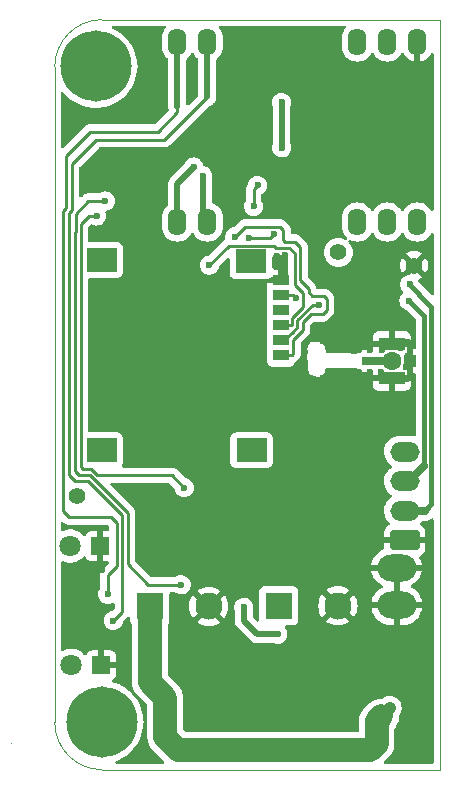
<source format=gbr>
G04 #@! TF.GenerationSoftware,KiCad,Pcbnew,(6.0.7)*
G04 #@! TF.CreationDate,2023-02-15T16:43:35+05:30*
G04 #@! TF.ProjectId,POWER CARD,504f5745-5220-4434-9152-442e6b696361,rev?*
G04 #@! TF.SameCoordinates,Original*
G04 #@! TF.FileFunction,Copper,L1,Top*
G04 #@! TF.FilePolarity,Positive*
%FSLAX46Y46*%
G04 Gerber Fmt 4.6, Leading zero omitted, Abs format (unit mm)*
G04 Created by KiCad (PCBNEW (6.0.7)) date 2023-02-15 16:43:35*
%MOMM*%
%LPD*%
G01*
G04 APERTURE LIST*
G04 Aperture macros list*
%AMRoundRect*
0 Rectangle with rounded corners*
0 $1 Rounding radius*
0 $2 $3 $4 $5 $6 $7 $8 $9 X,Y pos of 4 corners*
0 Add a 4 corners polygon primitive as box body*
4,1,4,$2,$3,$4,$5,$6,$7,$8,$9,$2,$3,0*
0 Add four circle primitives for the rounded corners*
1,1,$1+$1,$2,$3*
1,1,$1+$1,$4,$5*
1,1,$1+$1,$6,$7*
1,1,$1+$1,$8,$9*
0 Add four rect primitives between the rounded corners*
20,1,$1+$1,$2,$3,$4,$5,0*
20,1,$1+$1,$4,$5,$6,$7,0*
20,1,$1+$1,$6,$7,$8,$9,0*
20,1,$1+$1,$8,$9,$2,$3,0*%
G04 Aperture macros list end*
G04 #@! TA.AperFunction,Profile*
%ADD10C,0.100000*%
G04 #@! TD*
G04 #@! TA.AperFunction,ComponentPad*
%ADD11O,3.300000X2.300000*%
G04 #@! TD*
G04 #@! TA.AperFunction,ComponentPad*
%ADD12R,2.300000X2.300000*%
G04 #@! TD*
G04 #@! TA.AperFunction,ComponentPad*
%ADD13C,2.300000*%
G04 #@! TD*
G04 #@! TA.AperFunction,SMDPad,CuDef*
%ADD14R,1.340000X0.900000*%
G04 #@! TD*
G04 #@! TA.AperFunction,SMDPad,CuDef*
%ADD15R,2.610000X2.000000*%
G04 #@! TD*
G04 #@! TA.AperFunction,ComponentPad*
%ADD16O,1.600000X2.300000*%
G04 #@! TD*
G04 #@! TA.AperFunction,ComponentPad*
%ADD17C,6.000000*%
G04 #@! TD*
G04 #@! TA.AperFunction,ComponentPad*
%ADD18C,0.800000*%
G04 #@! TD*
G04 #@! TA.AperFunction,ComponentPad*
%ADD19R,1.500000X1.500000*%
G04 #@! TD*
G04 #@! TA.AperFunction,ComponentPad*
%ADD20C,1.800000*%
G04 #@! TD*
G04 #@! TA.AperFunction,ComponentPad*
%ADD21C,1.400000*%
G04 #@! TD*
G04 #@! TA.AperFunction,SMDPad,CuDef*
%ADD22R,2.000000X0.800000*%
G04 #@! TD*
G04 #@! TA.AperFunction,SMDPad,CuDef*
%ADD23R,2.200000X1.050000*%
G04 #@! TD*
G04 #@! TA.AperFunction,SMDPad,CuDef*
%ADD24R,1.000000X1.000000*%
G04 #@! TD*
G04 #@! TA.AperFunction,ComponentPad*
%ADD25RoundRect,0.250000X1.000000X-0.600000X1.000000X0.600000X-1.000000X0.600000X-1.000000X-0.600000X0*%
G04 #@! TD*
G04 #@! TA.AperFunction,ComponentPad*
%ADD26O,2.500000X1.700000*%
G04 #@! TD*
G04 #@! TA.AperFunction,ComponentPad*
%ADD27C,1.600000*%
G04 #@! TD*
G04 #@! TA.AperFunction,ViaPad*
%ADD28C,0.600000*%
G04 #@! TD*
G04 #@! TA.AperFunction,Conductor*
%ADD29C,0.500000*%
G04 #@! TD*
G04 #@! TA.AperFunction,Conductor*
%ADD30C,0.250000*%
G04 #@! TD*
G04 #@! TA.AperFunction,Conductor*
%ADD31C,0.400000*%
G04 #@! TD*
G04 #@! TA.AperFunction,Conductor*
%ADD32C,0.700000*%
G04 #@! TD*
G04 #@! TA.AperFunction,Conductor*
%ADD33C,2.000000*%
G04 #@! TD*
G04 #@! TA.AperFunction,Conductor*
%ADD34C,1.000000*%
G04 #@! TD*
G04 APERTURE END LIST*
D10*
X85582966Y-123837734D02*
G75*
G03*
X89583042Y-127837734I4000034J34D01*
G01*
X85583042Y-68337734D02*
X85583042Y-123837734D01*
X118166574Y-127837734D02*
X118166574Y-64337734D01*
X89583042Y-127837734D02*
X118166574Y-127837734D01*
X118166574Y-64337734D02*
X89583042Y-64337734D01*
X89583042Y-64337732D02*
G75*
G03*
X85583042Y-68337734I-2J-3999998D01*
G01*
X81906894Y-125643083D02*
G75*
G03*
X81906894Y-125643083I-1J0D01*
G01*
D11*
X114523042Y-110727734D03*
D12*
X93622074Y-114023224D03*
D13*
X98622074Y-114023224D03*
D14*
X104723042Y-92772734D03*
X104723042Y-86422734D03*
X104723042Y-91502734D03*
X104723042Y-90232734D03*
D15*
X102203042Y-84797734D03*
X102253042Y-100797734D03*
X89553042Y-84697734D03*
X89553042Y-100797734D03*
D14*
X104723042Y-87692734D03*
X104723042Y-88962734D03*
D12*
X104558634Y-113967496D03*
D13*
X109558634Y-113967496D03*
D16*
X116282297Y-66236801D03*
X113742297Y-66236801D03*
X111202297Y-66236801D03*
X98502297Y-66236801D03*
X95962297Y-66236801D03*
X95962297Y-81476801D03*
X98502297Y-81476801D03*
X111202297Y-81476801D03*
X113742297Y-81476801D03*
X116282297Y-81476801D03*
D11*
X114553042Y-113927734D03*
D17*
X89558714Y-123804359D03*
D18*
X91414869Y-121948204D03*
X86933714Y-123804359D03*
X92183714Y-123804359D03*
X91414869Y-125660514D03*
X89558714Y-121179359D03*
X89558714Y-126429359D03*
X87702559Y-125660514D03*
X87702559Y-121948204D03*
D19*
X89428715Y-108904359D03*
D20*
X86888713Y-108904359D03*
D21*
X87473042Y-104637734D03*
D18*
X89058714Y-70929359D03*
X91683714Y-68304359D03*
X87202559Y-66448204D03*
D17*
X89058714Y-68304359D03*
D18*
X90914869Y-66448204D03*
X89058714Y-65679359D03*
X90914869Y-70160514D03*
X87202559Y-70160514D03*
X86433714Y-68304359D03*
D19*
X89528715Y-119004359D03*
D20*
X86988713Y-119004359D03*
D22*
X112623042Y-93237734D03*
D23*
X114123042Y-91762734D03*
D24*
X115623042Y-93237734D03*
D23*
X114123042Y-94712734D03*
D21*
X109603042Y-84047734D03*
X116003042Y-85157734D03*
D25*
X115213042Y-108427734D03*
D26*
X115213042Y-105927734D03*
X115213042Y-103427734D03*
X115213042Y-100927734D03*
D27*
X114163042Y-93237734D03*
D28*
X102983042Y-90437734D03*
X102883042Y-89637734D03*
X105613042Y-103147734D03*
X104633042Y-103097734D03*
X106653042Y-103177734D03*
X107743042Y-103207734D03*
X108783042Y-103237734D03*
X113083042Y-102737734D03*
X112883042Y-104737734D03*
X112883042Y-107037734D03*
X112883042Y-108237734D03*
X112883042Y-109237734D03*
X109783042Y-111837734D03*
X110983042Y-112537734D03*
X110983042Y-111537734D03*
X110983042Y-110637734D03*
X112083042Y-110137734D03*
X112083042Y-111137734D03*
X112083042Y-112037734D03*
X115583042Y-88137734D03*
X105563042Y-95907734D03*
X104563042Y-95907734D03*
X105563042Y-97387734D03*
X104583042Y-97337734D03*
X106603042Y-97417734D03*
X107693042Y-97447734D03*
X106563042Y-95907734D03*
X107663042Y-95907734D03*
X108733042Y-97477734D03*
X108763042Y-95907734D03*
X115283042Y-89637734D03*
X114183042Y-89637734D03*
X112983042Y-89637734D03*
X111783042Y-89637734D03*
X110583042Y-89637734D03*
X108483042Y-81837734D03*
X100483042Y-81437734D03*
X97283042Y-83137734D03*
X106083042Y-81137734D03*
X100483042Y-80437734D03*
X101483042Y-103837734D03*
X101483042Y-98537734D03*
X101483042Y-97037734D03*
X89033042Y-98117734D03*
X88993042Y-97157734D03*
X97253042Y-123847734D03*
X97193042Y-121767734D03*
X97253042Y-119687734D03*
X97283042Y-118017734D03*
X110483042Y-97037734D03*
X88993042Y-96077734D03*
X110393042Y-77747734D03*
X92933042Y-103957734D03*
X107603042Y-91307734D03*
X97033042Y-69227734D03*
X107283042Y-94707734D03*
X90893042Y-97987734D03*
X111663042Y-73637734D03*
X117171117Y-112349237D03*
X117223042Y-117167734D03*
X117205231Y-115427063D03*
X117173042Y-125527734D03*
X94313042Y-77947734D03*
X97033042Y-70537734D03*
X117186199Y-124768790D03*
X113983042Y-94547734D03*
X89564910Y-110958617D03*
X113293042Y-92297734D03*
X115383042Y-98337734D03*
X98333042Y-75177734D03*
X94293042Y-76707734D03*
X98826519Y-121634835D03*
X108753042Y-101607734D03*
X117110397Y-110740146D03*
X110977205Y-121657327D03*
X113903042Y-68557734D03*
X117250771Y-120541073D03*
X104383042Y-84337734D03*
X91943042Y-96697734D03*
X93343042Y-108747734D03*
X112233042Y-121567734D03*
X103086364Y-121634835D03*
X89903042Y-81757734D03*
X100611853Y-119678994D03*
X112743042Y-74827734D03*
X110353042Y-76587734D03*
X103203191Y-123914299D03*
X115363042Y-93737734D03*
X108783042Y-100037734D03*
X108283042Y-94717734D03*
X90213881Y-117183089D03*
X113963042Y-91947734D03*
X101475633Y-123858571D03*
X100363042Y-66917734D03*
X117193042Y-69617734D03*
X111083042Y-75697734D03*
X115453042Y-92807734D03*
X98983042Y-117987734D03*
X98800703Y-123886435D03*
X112703042Y-73667734D03*
X111433042Y-77777734D03*
X111003042Y-69197734D03*
X114863042Y-92107734D03*
X93803042Y-103957734D03*
X117224898Y-122366307D03*
X102506595Y-119678994D03*
X114023042Y-69527734D03*
X104583042Y-100037734D03*
X104603042Y-101467734D03*
X107683042Y-100037734D03*
X90963042Y-96667734D03*
X89923042Y-82697734D03*
X114573042Y-68017734D03*
X112293042Y-92287734D03*
X110473042Y-92257734D03*
X99993477Y-121634835D03*
X107713042Y-101577734D03*
X112123042Y-75727734D03*
X111373042Y-92277734D03*
X90923042Y-95507734D03*
X111393042Y-76617734D03*
X104869650Y-121634835D03*
X110483042Y-95237734D03*
X106773042Y-92507734D03*
X102562323Y-117979299D03*
X94323042Y-69217734D03*
X101433042Y-66917734D03*
X94793042Y-103947734D03*
X105583042Y-101517734D03*
X113183042Y-94157734D03*
X112043042Y-69227734D03*
X115063042Y-69557734D03*
X110443042Y-94167734D03*
X96143042Y-85797734D03*
X91181899Y-117183089D03*
X91903042Y-95537734D03*
X111323042Y-94137734D03*
X106583042Y-100037734D03*
X100138168Y-123858571D03*
X106623042Y-101547734D03*
X109573042Y-94177734D03*
X108793042Y-92237734D03*
X117343042Y-114187734D03*
X105099041Y-84297734D03*
X117263042Y-127007734D03*
X113133042Y-69257734D03*
X94353042Y-70517734D03*
X88851445Y-111353300D03*
X110483042Y-97937734D03*
X108313042Y-91517734D03*
X100444670Y-117979299D03*
X88077259Y-111368480D03*
X101470261Y-121634835D03*
X98884295Y-119706858D03*
X106793042Y-93297734D03*
X109573042Y-92267734D03*
X91873042Y-98047734D03*
X117233042Y-117907734D03*
X88933042Y-82697734D03*
X100373042Y-66047734D03*
X108753042Y-94177734D03*
X111703042Y-74797734D03*
X106783042Y-94067734D03*
X106953042Y-91657734D03*
X105583042Y-100037734D03*
X114863042Y-94397734D03*
X117183304Y-123055911D03*
X112293042Y-94167734D03*
X110483042Y-96149691D03*
X116153042Y-69587734D03*
X117248118Y-119737817D03*
X104423042Y-85267734D03*
X90062388Y-112985053D03*
X89123042Y-80967734D03*
X96543042Y-103967734D03*
X115633042Y-86757734D03*
X105972531Y-87885067D03*
X112199168Y-124761143D03*
X112183988Y-124108398D03*
X113774685Y-122633595D03*
X112889234Y-124084579D03*
X112914002Y-124827614D03*
X112874786Y-123244535D03*
X104783042Y-71337734D03*
X104793042Y-75197734D03*
X100833042Y-82707734D03*
X98683042Y-85117734D03*
X101991724Y-82848234D03*
X107978542Y-88493134D03*
X104173042Y-82497734D03*
X98103042Y-77567734D03*
X97356965Y-76818234D03*
X96288272Y-112191812D03*
X101583042Y-114087734D03*
X89855282Y-79687734D03*
X104473042Y-116377734D03*
X102413042Y-80147734D03*
X102751151Y-78373234D03*
X90549115Y-115215888D03*
D29*
X105099041Y-84297734D02*
X105099041Y-86046735D01*
D30*
X105099041Y-86046735D02*
X104723042Y-86422734D01*
X104423042Y-84377734D02*
X104383042Y-84337734D01*
D29*
X104423042Y-85267734D02*
X104423042Y-84377734D01*
D30*
X104723042Y-85567734D02*
X104423042Y-85267734D01*
X104723042Y-86422734D02*
X104723042Y-85567734D01*
X89510887Y-103855579D02*
X91763042Y-106107734D01*
X89505197Y-103855579D02*
X89510887Y-103855579D01*
X91763042Y-106107734D02*
X91763042Y-110467734D01*
X95473042Y-102897734D02*
X96543042Y-103967734D01*
X89183042Y-102897734D02*
X95473042Y-102897734D01*
X88693042Y-102407734D02*
X89183042Y-102897734D01*
X87953042Y-102407734D02*
X88693042Y-102407734D01*
X87793042Y-81617734D02*
X87793042Y-102247734D01*
X88443042Y-80967734D02*
X87793042Y-81617734D01*
X89123042Y-80967734D02*
X88443042Y-80967734D01*
X87793042Y-102247734D02*
X87953042Y-102407734D01*
X93487120Y-112191812D02*
X96288272Y-112191812D01*
X91763042Y-110467734D02*
X93487120Y-112191812D01*
X88575197Y-102925579D02*
X89505197Y-103855579D01*
X87630887Y-102925579D02*
X88575197Y-102925579D01*
X87293541Y-102588233D02*
X87630887Y-102925579D01*
X87323541Y-82401545D02*
X87293541Y-82431545D01*
X87293541Y-82431545D02*
X87293541Y-102588233D01*
X87343541Y-82301545D02*
X87323541Y-82321545D01*
X88413042Y-79687734D02*
X87343541Y-80757235D01*
X87323541Y-82321545D02*
X87323541Y-82401545D01*
X89855282Y-79687734D02*
X88413042Y-79687734D01*
X87343541Y-80757235D02*
X87343541Y-82301545D01*
X91279207Y-114485796D02*
X90549115Y-115215888D01*
X91279207Y-106265279D02*
X91279207Y-114485796D01*
X88407352Y-103393424D02*
X91279207Y-106265279D01*
X87328732Y-103393424D02*
X88407352Y-103393424D01*
X86794040Y-102858732D02*
X87328732Y-103393424D01*
X87014040Y-80451046D02*
X86794040Y-80671046D01*
X87014040Y-76586736D02*
X87014040Y-80451046D01*
X86794040Y-80671046D02*
X86794040Y-102858732D01*
X89073042Y-74527734D02*
X87014040Y-76586736D01*
X94853042Y-74527734D02*
X89073042Y-74527734D01*
X98502297Y-70878479D02*
X94853042Y-74527734D01*
X90062388Y-111362698D02*
X90062388Y-112985053D01*
X90829706Y-110595380D02*
X90062388Y-111362698D01*
X90829706Y-106991070D02*
X90829706Y-110595380D01*
X90316370Y-106477734D02*
X90829706Y-106991070D01*
X86283042Y-105957734D02*
X86803042Y-106477734D01*
X86283042Y-101904804D02*
X86283042Y-105957734D01*
X86803042Y-106477734D02*
X90316370Y-106477734D01*
X86523042Y-75877734D02*
X86523042Y-80306354D01*
X86523042Y-80306354D02*
X86263042Y-80566354D01*
X88573042Y-73827734D02*
X86523042Y-75877734D01*
X95962297Y-72178479D02*
X94313042Y-73827734D01*
X94313042Y-73827734D02*
X88573042Y-73827734D01*
X86263042Y-80566354D02*
X86263042Y-101884804D01*
X95962297Y-71768479D02*
X95962297Y-72178479D01*
X86263042Y-101884804D02*
X86283042Y-101904804D01*
X105763042Y-92652734D02*
X105643042Y-92772734D01*
X105763042Y-91457235D02*
X105763042Y-92652734D01*
X106563541Y-89977235D02*
X106563541Y-90656736D01*
X107248042Y-89292734D02*
X106563541Y-89977235D01*
X106563541Y-90656736D02*
X105763042Y-91457235D01*
X108258042Y-89292734D02*
X107248042Y-89292734D01*
X108603042Y-88947734D02*
X108258042Y-89292734D01*
X108603042Y-87997734D02*
X108603042Y-88947734D01*
X108363042Y-87757734D02*
X108603042Y-87997734D01*
X107073042Y-87117734D02*
X107073042Y-87427734D01*
X106369631Y-86414323D02*
X107073042Y-87117734D01*
X106369631Y-83581145D02*
X106369631Y-86414323D01*
X105924631Y-83136145D02*
X106369631Y-83581145D01*
X105041453Y-83136145D02*
X105924631Y-83136145D01*
X104934631Y-83029323D02*
X105041453Y-83136145D01*
X104934631Y-82146145D02*
X104934631Y-83029323D01*
X104661719Y-81873234D02*
X104934631Y-82146145D01*
X101667542Y-81873234D02*
X104661719Y-81873234D01*
X105034438Y-91502734D02*
X104723042Y-91502734D01*
X106114040Y-90398132D02*
X105718042Y-90794130D01*
X107403042Y-87757734D02*
X108363042Y-87757734D01*
X107978542Y-88493134D02*
X107411952Y-88493134D01*
X107073042Y-87427734D02*
X107403042Y-87757734D01*
X100833042Y-82707734D02*
X101667542Y-81873234D01*
X106114040Y-89791046D02*
X106114040Y-90398132D01*
X105718042Y-90819130D02*
X105034438Y-91502734D01*
X107411952Y-88493134D02*
X106114040Y-89791046D01*
X105718042Y-90794130D02*
X105718042Y-90819130D01*
X105643042Y-92772734D02*
X104723042Y-92772734D01*
X105643042Y-90232734D02*
X104723042Y-90232734D01*
X105664040Y-90211736D02*
X105643042Y-90232734D01*
X105664040Y-89605356D02*
X105664040Y-90211736D01*
X106623042Y-88646354D02*
X105664040Y-89605356D01*
X106623042Y-87487734D02*
X106623042Y-88646354D01*
X105903042Y-86767734D02*
X106623042Y-87487734D01*
X100328042Y-83472734D02*
X104104865Y-83472734D01*
X104294365Y-83662234D02*
X105427542Y-83662234D01*
X98683042Y-85117734D02*
X100328042Y-83472734D01*
X104104865Y-83472734D02*
X104294365Y-83662234D01*
X105903042Y-84137734D02*
X105903042Y-86767734D01*
X105427542Y-83662234D02*
X105903042Y-84137734D01*
X105780198Y-87692734D02*
X105972531Y-87885067D01*
X104723042Y-87692734D02*
X105780198Y-87692734D01*
X103822542Y-82848234D02*
X104173042Y-82497734D01*
X101991724Y-82848234D02*
X103822542Y-82848234D01*
D29*
X115483042Y-91597734D02*
X114288042Y-91597734D01*
D30*
X104723042Y-84426388D02*
X104817196Y-84332234D01*
D29*
X115623042Y-91737734D02*
X115483042Y-91597734D01*
X115623042Y-93237734D02*
X115623042Y-94587734D01*
D30*
X104723042Y-86422734D02*
X104723042Y-84426388D01*
D29*
X114288042Y-91597734D02*
X114123042Y-91762734D01*
X115483042Y-94727734D02*
X114138042Y-94727734D01*
X114138042Y-94727734D02*
X114123042Y-94712734D01*
X115623042Y-94587734D02*
X115483042Y-94727734D01*
X115623042Y-93237734D02*
X115623042Y-91737734D01*
X95962297Y-66236801D02*
X95962297Y-71768479D01*
D30*
X95962297Y-71768479D02*
X95953042Y-71777734D01*
D31*
X115633042Y-86847734D02*
X115633042Y-86757734D01*
X117473042Y-88807734D02*
X117473042Y-88687734D01*
X117303042Y-88517734D02*
X115633042Y-86847734D01*
X116903042Y-105927734D02*
X117473042Y-105357734D01*
X117473042Y-88687734D02*
X117303042Y-88517734D01*
X117473042Y-105357734D02*
X117473042Y-88807734D01*
D32*
X115213042Y-105927734D02*
X116903042Y-105927734D01*
D31*
X115213042Y-103427734D02*
X115613042Y-103427734D01*
X116873042Y-89437734D02*
X115523042Y-88087734D01*
D32*
X115613042Y-103427734D02*
X116873042Y-102167734D01*
D31*
X116873042Y-102167734D02*
X116873042Y-89437734D01*
D33*
X94940357Y-125087404D02*
X94940357Y-121743743D01*
X96050687Y-126197734D02*
X94940357Y-125087404D01*
X113234953Y-123334835D02*
X112828947Y-123740841D01*
D34*
X113234953Y-123316258D02*
X113940837Y-122610374D01*
D33*
X93622074Y-120425460D02*
X93622074Y-114023224D01*
X94940357Y-121743743D02*
X93622074Y-120425460D01*
X112828947Y-125630750D02*
X112261963Y-126197734D01*
D34*
X113234953Y-123334835D02*
X113234953Y-123316258D01*
D33*
X112261963Y-126197734D02*
X96050687Y-126197734D01*
X112828947Y-123740841D02*
X112828947Y-125630750D01*
D29*
X104783042Y-75187734D02*
X104793042Y-75197734D01*
X104783042Y-71337734D02*
X104783042Y-75187734D01*
X98103042Y-81077546D02*
X98502297Y-81476801D01*
X98103042Y-77567734D02*
X98103042Y-81077546D01*
X95962297Y-81476801D02*
X95962297Y-78212903D01*
X95962297Y-78212903D02*
X97356965Y-76818234D01*
X101583042Y-114087734D02*
X101583042Y-115237734D01*
X101583042Y-115237734D02*
X102723042Y-116377734D01*
X102723042Y-116377734D02*
X104473042Y-116377734D01*
D30*
X89855282Y-79687734D02*
X89850735Y-79683187D01*
X102413042Y-78711343D02*
X102751151Y-78373234D01*
X102413042Y-80147734D02*
X102413042Y-78711343D01*
D29*
X98502297Y-70878479D02*
X98502297Y-66236801D01*
G04 #@! TA.AperFunction,Conductor*
G36*
X86300054Y-106872618D02*
G01*
X86309427Y-106882207D01*
X86311042Y-106884752D01*
X86316819Y-106890177D01*
X86360693Y-106931377D01*
X86363535Y-106934132D01*
X86383272Y-106953869D01*
X86386469Y-106956349D01*
X86395489Y-106964052D01*
X86427721Y-106994320D01*
X86434667Y-106998139D01*
X86434670Y-106998141D01*
X86445476Y-107004082D01*
X86461995Y-107014933D01*
X86478001Y-107027348D01*
X86485270Y-107030493D01*
X86485274Y-107030496D01*
X86518579Y-107044908D01*
X86529229Y-107050125D01*
X86567982Y-107071429D01*
X86575657Y-107073400D01*
X86575658Y-107073400D01*
X86587604Y-107076467D01*
X86606309Y-107082871D01*
X86624897Y-107090915D01*
X86632720Y-107092154D01*
X86632730Y-107092157D01*
X86668566Y-107097833D01*
X86680186Y-107100239D01*
X86715331Y-107109262D01*
X86723012Y-107111234D01*
X86743266Y-107111234D01*
X86762976Y-107112785D01*
X86782985Y-107115954D01*
X86790877Y-107115208D01*
X86827003Y-107111793D01*
X86838861Y-107111234D01*
X90001775Y-107111234D01*
X90069896Y-107131236D01*
X90090871Y-107148139D01*
X90159302Y-107216571D01*
X90193327Y-107278884D01*
X90196206Y-107305666D01*
X90196206Y-107520359D01*
X90176204Y-107588480D01*
X90122548Y-107634973D01*
X90070206Y-107646359D01*
X89700830Y-107646359D01*
X89685591Y-107650834D01*
X89684386Y-107652224D01*
X89682715Y-107659907D01*
X89682715Y-110144243D01*
X89687190Y-110159482D01*
X89688580Y-110160687D01*
X89696263Y-110162358D01*
X90062633Y-110162358D01*
X90130754Y-110182360D01*
X90177247Y-110236016D01*
X90187351Y-110306290D01*
X90157857Y-110370870D01*
X90151728Y-110377454D01*
X89670130Y-110859051D01*
X89661851Y-110866585D01*
X89655370Y-110870698D01*
X89608745Y-110920349D01*
X89605990Y-110923191D01*
X89586253Y-110942928D01*
X89583773Y-110946125D01*
X89576070Y-110955145D01*
X89545802Y-110987377D01*
X89541983Y-110994323D01*
X89541981Y-110994326D01*
X89536040Y-111005132D01*
X89525189Y-111021651D01*
X89512774Y-111037657D01*
X89509629Y-111044926D01*
X89509626Y-111044930D01*
X89495214Y-111078235D01*
X89489997Y-111088885D01*
X89468693Y-111127638D01*
X89466722Y-111135313D01*
X89466722Y-111135314D01*
X89463655Y-111147260D01*
X89457251Y-111165964D01*
X89449207Y-111184553D01*
X89447968Y-111192376D01*
X89447965Y-111192386D01*
X89442289Y-111228222D01*
X89439883Y-111239842D01*
X89428888Y-111282668D01*
X89428888Y-111302922D01*
X89427337Y-111322632D01*
X89424168Y-111342641D01*
X89424914Y-111350533D01*
X89428329Y-111386659D01*
X89428888Y-111398517D01*
X89428888Y-112438384D01*
X89408799Y-112506639D01*
X89337442Y-112617363D01*
X89337438Y-112617372D01*
X89333623Y-112623291D01*
X89331214Y-112629911D01*
X89331213Y-112629912D01*
X89280457Y-112769362D01*
X89271585Y-112793738D01*
X89248851Y-112973693D01*
X89266551Y-113154213D01*
X89323806Y-113326326D01*
X89327453Y-113332348D01*
X89327454Y-113332350D01*
X89403776Y-113458373D01*
X89417768Y-113481477D01*
X89543770Y-113611955D01*
X89695547Y-113711275D01*
X89702151Y-113713731D01*
X89702153Y-113713732D01*
X89858946Y-113772043D01*
X89858948Y-113772043D01*
X89865556Y-113774501D01*
X89949383Y-113785686D01*
X90038368Y-113797560D01*
X90038372Y-113797560D01*
X90045349Y-113798491D01*
X90052360Y-113797853D01*
X90052364Y-113797853D01*
X90194847Y-113784885D01*
X90225988Y-113782051D01*
X90232690Y-113779873D01*
X90232692Y-113779873D01*
X90391797Y-113728177D01*
X90391800Y-113728176D01*
X90398496Y-113726000D01*
X90421545Y-113712260D01*
X90455190Y-113692204D01*
X90523945Y-113674504D01*
X90591355Y-113696786D01*
X90636016Y-113751975D01*
X90645707Y-113800433D01*
X90645707Y-114171201D01*
X90625705Y-114239322D01*
X90608802Y-114260297D01*
X90488022Y-114381076D01*
X90425710Y-114415101D01*
X90412098Y-114417290D01*
X90381403Y-114420516D01*
X90381401Y-114420516D01*
X90374403Y-114421252D01*
X90202694Y-114479706D01*
X90196690Y-114483400D01*
X90054210Y-114571054D01*
X90054207Y-114571056D01*
X90048203Y-114574750D01*
X90043168Y-114579681D01*
X90043165Y-114579683D01*
X89957124Y-114663941D01*
X89918608Y-114701659D01*
X89820350Y-114854126D01*
X89817941Y-114860746D01*
X89817939Y-114860749D01*
X89769973Y-114992535D01*
X89758312Y-115024573D01*
X89735578Y-115204528D01*
X89753278Y-115385048D01*
X89810533Y-115557161D01*
X89814180Y-115563183D01*
X89814181Y-115563185D01*
X89898277Y-115702044D01*
X89904495Y-115712312D01*
X89909384Y-115717375D01*
X89909385Y-115717376D01*
X89919245Y-115727586D01*
X90030497Y-115842790D01*
X90182274Y-115942110D01*
X90188878Y-115944566D01*
X90188880Y-115944567D01*
X90345673Y-116002878D01*
X90345675Y-116002878D01*
X90352283Y-116005336D01*
X90436110Y-116016521D01*
X90525095Y-116028395D01*
X90525099Y-116028395D01*
X90532076Y-116029326D01*
X90539087Y-116028688D01*
X90539091Y-116028688D01*
X90681574Y-116015720D01*
X90712715Y-116012886D01*
X90719417Y-116010708D01*
X90719419Y-116010708D01*
X90878524Y-115959012D01*
X90878527Y-115959011D01*
X90885223Y-115956835D01*
X91016913Y-115878332D01*
X91034975Y-115867565D01*
X91034977Y-115867564D01*
X91041027Y-115863957D01*
X91172381Y-115738870D01*
X91272758Y-115587790D01*
X91326328Y-115446767D01*
X91334670Y-115424808D01*
X91334671Y-115424806D01*
X91337170Y-115418226D01*
X91340894Y-115391732D01*
X91346754Y-115350034D01*
X91376042Y-115285360D01*
X91382433Y-115278475D01*
X91671460Y-114989448D01*
X91679746Y-114981908D01*
X91686225Y-114977796D01*
X91732851Y-114928144D01*
X91735605Y-114925303D01*
X91748479Y-114912429D01*
X91810791Y-114878403D01*
X91881606Y-114883468D01*
X91938442Y-114926015D01*
X91963253Y-114992535D01*
X91963574Y-115001524D01*
X91963574Y-115221358D01*
X91970329Y-115283540D01*
X92021459Y-115419929D01*
X92061666Y-115473577D01*
X92088400Y-115509248D01*
X92113248Y-115575754D01*
X92113574Y-115584813D01*
X92113574Y-120401444D01*
X92113525Y-120404962D01*
X92113216Y-120416042D01*
X92110740Y-120504665D01*
X92111409Y-120509679D01*
X92121132Y-120582546D01*
X92121832Y-120589099D01*
X92128134Y-120667425D01*
X92135971Y-120699330D01*
X92138500Y-120712718D01*
X92142845Y-120745280D01*
X92144306Y-120750121D01*
X92144307Y-120750123D01*
X92165552Y-120820489D01*
X92167293Y-120826850D01*
X92186037Y-120903166D01*
X92188015Y-120907826D01*
X92198875Y-120933411D01*
X92203512Y-120946221D01*
X92213007Y-120977668D01*
X92215225Y-120982216D01*
X92215228Y-120982223D01*
X92247445Y-121048278D01*
X92250181Y-121054280D01*
X92280886Y-121126616D01*
X92283578Y-121130890D01*
X92298393Y-121154416D01*
X92305019Y-121166320D01*
X92319420Y-121195848D01*
X92322339Y-121199985D01*
X92322339Y-121199986D01*
X92364715Y-121260057D01*
X92368375Y-121265546D01*
X92373856Y-121274249D01*
X92410241Y-121332027D01*
X92413582Y-121335816D01*
X92413586Y-121335822D01*
X92431972Y-121356677D01*
X92440418Y-121367372D01*
X92459348Y-121394207D01*
X92462018Y-121397131D01*
X92474920Y-121411260D01*
X92478983Y-121415710D01*
X92518699Y-121455426D01*
X92524118Y-121461196D01*
X92567424Y-121510318D01*
X92567427Y-121510321D01*
X92570772Y-121514115D01*
X92574680Y-121517325D01*
X92574681Y-121517326D01*
X92603063Y-121540639D01*
X92612182Y-121548909D01*
X93394952Y-122331679D01*
X93428978Y-122393991D01*
X93431857Y-122420774D01*
X93431857Y-125063388D01*
X93431808Y-125066906D01*
X93429023Y-125166609D01*
X93429692Y-125171623D01*
X93439415Y-125244490D01*
X93440115Y-125251043D01*
X93446417Y-125329369D01*
X93454195Y-125361034D01*
X93454254Y-125361274D01*
X93456783Y-125374662D01*
X93461128Y-125407224D01*
X93462589Y-125412065D01*
X93462590Y-125412067D01*
X93483835Y-125482433D01*
X93485576Y-125488794D01*
X93504320Y-125565110D01*
X93506298Y-125569770D01*
X93517158Y-125595355D01*
X93521795Y-125608165D01*
X93531290Y-125639612D01*
X93533508Y-125644160D01*
X93533511Y-125644167D01*
X93565728Y-125710222D01*
X93568464Y-125716224D01*
X93578058Y-125738825D01*
X93599169Y-125788560D01*
X93601861Y-125792834D01*
X93616676Y-125816360D01*
X93623302Y-125828264D01*
X93637703Y-125857792D01*
X93640622Y-125861929D01*
X93640622Y-125861930D01*
X93682998Y-125922001D01*
X93686658Y-125927490D01*
X93725828Y-125989690D01*
X93728524Y-125993971D01*
X93731865Y-125997760D01*
X93731869Y-125997766D01*
X93750255Y-126018621D01*
X93758701Y-126029316D01*
X93777631Y-126056151D01*
X93797266Y-126077654D01*
X93836982Y-126117370D01*
X93842401Y-126123140D01*
X93885707Y-126172262D01*
X93885710Y-126172265D01*
X93889055Y-126176059D01*
X93892963Y-126179269D01*
X93892964Y-126179270D01*
X93921346Y-126202583D01*
X93930465Y-126210853D01*
X94833751Y-127114139D01*
X94867777Y-127176451D01*
X94862712Y-127247266D01*
X94820165Y-127304102D01*
X94753645Y-127328913D01*
X94744656Y-127329234D01*
X90846152Y-127329234D01*
X90778031Y-127309232D01*
X90731538Y-127255576D01*
X90721434Y-127185302D01*
X90750928Y-127120722D01*
X90800998Y-127085603D01*
X90987708Y-127013932D01*
X91148307Y-126932103D01*
X91312431Y-126848478D01*
X91312438Y-126848474D01*
X91315372Y-126846979D01*
X91623789Y-126646691D01*
X91843282Y-126468949D01*
X91860367Y-126458475D01*
X91859872Y-126457618D01*
X91865586Y-126454319D01*
X91871621Y-126451632D01*
X92026122Y-126339380D01*
X92141848Y-126210853D01*
X92149490Y-126202366D01*
X92149491Y-126202365D01*
X92153909Y-126197458D01*
X92157208Y-126191745D01*
X92157211Y-126191740D01*
X92194885Y-126126486D01*
X92206084Y-126110192D01*
X92398960Y-125872010D01*
X92401046Y-125869434D01*
X92548039Y-125643083D01*
X92599536Y-125563785D01*
X92599538Y-125563782D01*
X92601334Y-125561016D01*
X92606712Y-125550463D01*
X92766789Y-125236293D01*
X92768287Y-125233353D01*
X92900075Y-124890033D01*
X92995255Y-124534818D01*
X93025826Y-124341801D01*
X93052269Y-124174848D01*
X93052270Y-124174840D01*
X93052783Y-124171600D01*
X93058288Y-124066560D01*
X93064282Y-124034218D01*
X93075214Y-124000573D01*
X93075215Y-124000569D01*
X93077256Y-123994287D01*
X93097218Y-123804359D01*
X93079332Y-123634180D01*
X93077947Y-123621001D01*
X93077946Y-123620997D01*
X93077256Y-123614431D01*
X93075214Y-123608145D01*
X93064282Y-123574500D01*
X93058288Y-123542158D01*
X93052955Y-123440408D01*
X93052783Y-123437118D01*
X93040520Y-123359688D01*
X93019392Y-123226294D01*
X92995255Y-123073900D01*
X92900075Y-122718685D01*
X92768287Y-122375365D01*
X92764832Y-122368584D01*
X92602833Y-122050643D01*
X92602829Y-122050636D01*
X92601334Y-122047702D01*
X92593147Y-122035094D01*
X92422439Y-121772227D01*
X92401046Y-121739284D01*
X92206084Y-121498526D01*
X92194885Y-121482232D01*
X92157211Y-121416978D01*
X92157208Y-121416973D01*
X92153909Y-121411260D01*
X92138555Y-121394207D01*
X92030544Y-121274249D01*
X92030543Y-121274248D01*
X92026122Y-121269338D01*
X91871621Y-121157086D01*
X91865586Y-121154399D01*
X91859872Y-121151100D01*
X91860367Y-121150243D01*
X91843282Y-121139769D01*
X91626365Y-120964113D01*
X91623789Y-120962027D01*
X91425691Y-120833381D01*
X91318141Y-120763537D01*
X91318138Y-120763535D01*
X91315372Y-120761739D01*
X91312438Y-120760244D01*
X91312431Y-120760240D01*
X90990648Y-120596284D01*
X90987708Y-120594786D01*
X90644388Y-120462998D01*
X90641199Y-120462143D01*
X90641182Y-120462138D01*
X90549121Y-120437470D01*
X90488499Y-120400519D01*
X90457477Y-120336658D01*
X90465906Y-120266163D01*
X90511110Y-120211417D01*
X90521225Y-120205243D01*
X90532364Y-120199145D01*
X90634439Y-120122644D01*
X90647000Y-120110083D01*
X90723501Y-120008008D01*
X90732039Y-119992413D01*
X90777193Y-119871965D01*
X90780820Y-119856710D01*
X90786346Y-119805845D01*
X90786715Y-119799031D01*
X90786715Y-119276474D01*
X90782240Y-119261235D01*
X90780850Y-119260030D01*
X90773167Y-119258359D01*
X89400715Y-119258359D01*
X89332594Y-119238357D01*
X89286101Y-119184701D01*
X89274715Y-119132359D01*
X89274715Y-118732244D01*
X89782715Y-118732244D01*
X89787190Y-118747483D01*
X89788580Y-118748688D01*
X89796263Y-118750359D01*
X90768599Y-118750359D01*
X90783838Y-118745884D01*
X90785043Y-118744494D01*
X90786714Y-118736811D01*
X90786714Y-118209690D01*
X90786344Y-118202869D01*
X90780820Y-118152007D01*
X90777194Y-118136755D01*
X90732039Y-118016305D01*
X90723501Y-118000710D01*
X90647000Y-117898635D01*
X90634439Y-117886074D01*
X90532364Y-117809573D01*
X90516769Y-117801035D01*
X90396321Y-117755881D01*
X90381066Y-117752254D01*
X90330201Y-117746728D01*
X90323387Y-117746359D01*
X89800830Y-117746359D01*
X89785591Y-117750834D01*
X89784386Y-117752224D01*
X89782715Y-117759907D01*
X89782715Y-118732244D01*
X89274715Y-118732244D01*
X89274715Y-117764475D01*
X89270240Y-117749236D01*
X89268850Y-117748031D01*
X89261167Y-117746360D01*
X88734046Y-117746360D01*
X88727225Y-117746730D01*
X88676363Y-117752254D01*
X88661111Y-117755880D01*
X88540661Y-117801035D01*
X88525066Y-117809573D01*
X88422991Y-117886074D01*
X88410430Y-117898635D01*
X88333929Y-118000710D01*
X88325391Y-118016305D01*
X88301109Y-118081076D01*
X88258467Y-118137840D01*
X88191905Y-118162540D01*
X88122557Y-118147332D01*
X88089935Y-118121647D01*
X87994082Y-118016305D01*
X87956078Y-117974539D01*
X87956076Y-117974537D01*
X87952600Y-117970717D01*
X87948549Y-117967518D01*
X87948545Y-117967514D01*
X87774890Y-117830370D01*
X87774885Y-117830367D01*
X87770836Y-117827169D01*
X87766320Y-117824676D01*
X87766317Y-117824674D01*
X87572592Y-117717732D01*
X87572588Y-117717730D01*
X87568068Y-117715235D01*
X87563199Y-117713511D01*
X87563195Y-117713509D01*
X87354616Y-117639647D01*
X87354612Y-117639646D01*
X87349741Y-117637921D01*
X87344648Y-117637014D01*
X87344645Y-117637013D01*
X87126808Y-117598210D01*
X87126802Y-117598209D01*
X87121719Y-117597304D01*
X87048809Y-117596413D01*
X86895294Y-117594538D01*
X86895292Y-117594538D01*
X86890124Y-117594475D01*
X86661177Y-117629509D01*
X86441027Y-117701465D01*
X86436439Y-117703853D01*
X86436435Y-117703855D01*
X86275722Y-117787517D01*
X86206062Y-117801230D01*
X86140047Y-117775105D01*
X86098636Y-117717436D01*
X86091542Y-117675754D01*
X86091542Y-110289205D01*
X86111544Y-110221084D01*
X86165200Y-110174591D01*
X86235474Y-110164487D01*
X86271988Y-110175576D01*
X86273572Y-110176335D01*
X86278035Y-110178943D01*
X86494407Y-110261568D01*
X86499473Y-110262599D01*
X86499474Y-110262599D01*
X86552559Y-110273399D01*
X86721369Y-110307744D01*
X86852037Y-110312535D01*
X86947662Y-110316042D01*
X86947666Y-110316042D01*
X86952826Y-110316231D01*
X86957946Y-110315575D01*
X86957948Y-110315575D01*
X87030983Y-110306219D01*
X87182560Y-110286801D01*
X87187508Y-110285316D01*
X87187515Y-110285315D01*
X87399460Y-110221728D01*
X87404403Y-110220245D01*
X87426896Y-110209226D01*
X87607762Y-110120621D01*
X87607765Y-110120619D01*
X87612397Y-110118350D01*
X87800956Y-109983853D01*
X87965016Y-109820364D01*
X87968030Y-109816170D01*
X87968039Y-109816159D01*
X87980817Y-109798376D01*
X88036811Y-109754728D01*
X88107515Y-109748282D01*
X88170479Y-109781085D01*
X88201121Y-109827673D01*
X88225390Y-109892411D01*
X88233929Y-109908008D01*
X88310430Y-110010083D01*
X88322991Y-110022644D01*
X88425066Y-110099145D01*
X88440661Y-110107683D01*
X88561109Y-110152837D01*
X88576364Y-110156464D01*
X88627229Y-110161990D01*
X88634043Y-110162359D01*
X89156600Y-110162359D01*
X89171839Y-110157884D01*
X89173044Y-110156494D01*
X89174715Y-110148811D01*
X89174715Y-107664475D01*
X89170240Y-107649236D01*
X89168850Y-107648031D01*
X89161167Y-107646360D01*
X88634046Y-107646360D01*
X88627225Y-107646730D01*
X88576363Y-107652254D01*
X88561111Y-107655880D01*
X88440661Y-107701035D01*
X88425066Y-107709573D01*
X88322991Y-107786074D01*
X88310430Y-107798635D01*
X88233929Y-107900710D01*
X88225391Y-107916305D01*
X88201109Y-107981076D01*
X88158467Y-108037840D01*
X88091905Y-108062540D01*
X88022557Y-108047332D01*
X87989935Y-108021647D01*
X87894082Y-107916305D01*
X87856078Y-107874539D01*
X87856076Y-107874537D01*
X87852600Y-107870717D01*
X87848549Y-107867518D01*
X87848545Y-107867514D01*
X87674890Y-107730370D01*
X87674885Y-107730367D01*
X87670836Y-107727169D01*
X87666320Y-107724676D01*
X87666317Y-107724674D01*
X87472592Y-107617732D01*
X87472588Y-107617730D01*
X87468068Y-107615235D01*
X87463199Y-107613511D01*
X87463195Y-107613509D01*
X87254616Y-107539647D01*
X87254612Y-107539646D01*
X87249741Y-107537921D01*
X87244648Y-107537014D01*
X87244645Y-107537013D01*
X87026808Y-107498210D01*
X87026802Y-107498209D01*
X87021719Y-107497304D01*
X86948809Y-107496413D01*
X86795294Y-107494538D01*
X86795292Y-107494538D01*
X86790124Y-107494475D01*
X86561177Y-107529509D01*
X86341027Y-107601465D01*
X86275720Y-107635462D01*
X86206063Y-107649174D01*
X86140048Y-107623049D01*
X86098636Y-107565381D01*
X86091542Y-107523698D01*
X86091542Y-106967842D01*
X86111544Y-106899721D01*
X86165200Y-106853228D01*
X86235474Y-106843124D01*
X86300054Y-106872618D01*
G37*
G04 #@! TD.AperFunction*
G04 #@! TA.AperFunction,Conductor*
G36*
X110159604Y-64866236D02*
G01*
X110206097Y-64919892D01*
X110216201Y-64990166D01*
X110194696Y-65044504D01*
X110064774Y-65230052D01*
X110062451Y-65235034D01*
X110062448Y-65235039D01*
X110032547Y-65299163D01*
X109968013Y-65437558D01*
X109966591Y-65442866D01*
X109966590Y-65442868D01*
X109932297Y-65570851D01*
X109908754Y-65658714D01*
X109893797Y-65829674D01*
X109893797Y-66643928D01*
X109908754Y-66814888D01*
X109910178Y-66820201D01*
X109910178Y-66820203D01*
X109925786Y-66878450D01*
X109968013Y-67036044D01*
X109970336Y-67041025D01*
X109970336Y-67041026D01*
X110062448Y-67238563D01*
X110062451Y-67238568D01*
X110064774Y-67243550D01*
X110196099Y-67431101D01*
X110357997Y-67592999D01*
X110362505Y-67596156D01*
X110362508Y-67596158D01*
X110390066Y-67615454D01*
X110545548Y-67724324D01*
X110550530Y-67726647D01*
X110550535Y-67726650D01*
X110747062Y-67818291D01*
X110753054Y-67821085D01*
X110758362Y-67822507D01*
X110758364Y-67822508D01*
X110968895Y-67878920D01*
X110968897Y-67878920D01*
X110974210Y-67880344D01*
X111202297Y-67900299D01*
X111430384Y-67880344D01*
X111435697Y-67878920D01*
X111435699Y-67878920D01*
X111646230Y-67822508D01*
X111646232Y-67822507D01*
X111651540Y-67821085D01*
X111657532Y-67818291D01*
X111854059Y-67726650D01*
X111854064Y-67726647D01*
X111859046Y-67724324D01*
X112014528Y-67615454D01*
X112042086Y-67596158D01*
X112042089Y-67596156D01*
X112046597Y-67592999D01*
X112208495Y-67431101D01*
X112339820Y-67243550D01*
X112342143Y-67238568D01*
X112342146Y-67238563D01*
X112358102Y-67204344D01*
X112405019Y-67151059D01*
X112473296Y-67131598D01*
X112541256Y-67152140D01*
X112586492Y-67204344D01*
X112602448Y-67238563D01*
X112602451Y-67238568D01*
X112604774Y-67243550D01*
X112736099Y-67431101D01*
X112897997Y-67592999D01*
X112902505Y-67596156D01*
X112902508Y-67596158D01*
X112930066Y-67615454D01*
X113085548Y-67724324D01*
X113090530Y-67726647D01*
X113090535Y-67726650D01*
X113287062Y-67818291D01*
X113293054Y-67821085D01*
X113298362Y-67822507D01*
X113298364Y-67822508D01*
X113508895Y-67878920D01*
X113508897Y-67878920D01*
X113514210Y-67880344D01*
X113742297Y-67900299D01*
X113970384Y-67880344D01*
X113975697Y-67878920D01*
X113975699Y-67878920D01*
X114186230Y-67822508D01*
X114186232Y-67822507D01*
X114191540Y-67821085D01*
X114197532Y-67818291D01*
X114394059Y-67726650D01*
X114394064Y-67726647D01*
X114399046Y-67724324D01*
X114554528Y-67615454D01*
X114582086Y-67596158D01*
X114582089Y-67596156D01*
X114586597Y-67592999D01*
X114748495Y-67431101D01*
X114879820Y-67243550D01*
X114882143Y-67238568D01*
X114882146Y-67238563D01*
X114898378Y-67203752D01*
X114945295Y-67150467D01*
X115013572Y-67131006D01*
X115081532Y-67151548D01*
X115126768Y-67203752D01*
X115142883Y-67238312D01*
X115148366Y-67247808D01*
X115273325Y-67426268D01*
X115280381Y-67434676D01*
X115434422Y-67588717D01*
X115442830Y-67595773D01*
X115621290Y-67720732D01*
X115630786Y-67726215D01*
X115828244Y-67818291D01*
X115838536Y-67822037D01*
X116010800Y-67868195D01*
X116024896Y-67867859D01*
X116028297Y-67859917D01*
X116028297Y-66108801D01*
X116048299Y-66040680D01*
X116101955Y-65994187D01*
X116154297Y-65982801D01*
X116410297Y-65982801D01*
X116478418Y-66002803D01*
X116524911Y-66056459D01*
X116536297Y-66108801D01*
X116536297Y-67854768D01*
X116540270Y-67868299D01*
X116548819Y-67869528D01*
X116726058Y-67822037D01*
X116736350Y-67818291D01*
X116933808Y-67726215D01*
X116943304Y-67720732D01*
X117121764Y-67595773D01*
X117130172Y-67588717D01*
X117284213Y-67434676D01*
X117291269Y-67426268D01*
X117416231Y-67247803D01*
X117422955Y-67236157D01*
X117474337Y-67187164D01*
X117544051Y-67173728D01*
X117609962Y-67200114D01*
X117651144Y-67257946D01*
X117658074Y-67299157D01*
X117658074Y-80413440D01*
X117638072Y-80481561D01*
X117584416Y-80528054D01*
X117514142Y-80538158D01*
X117449562Y-80508664D01*
X117422956Y-80476441D01*
X117422141Y-80475029D01*
X117419820Y-80470052D01*
X117390852Y-80428681D01*
X117291654Y-80287012D01*
X117291652Y-80287009D01*
X117288495Y-80282501D01*
X117126597Y-80120603D01*
X117122089Y-80117446D01*
X117122086Y-80117444D01*
X117015327Y-80042691D01*
X116939046Y-79989278D01*
X116934064Y-79986955D01*
X116934059Y-79986952D01*
X116736522Y-79894840D01*
X116736521Y-79894840D01*
X116731540Y-79892517D01*
X116726232Y-79891095D01*
X116726230Y-79891094D01*
X116515699Y-79834682D01*
X116515697Y-79834682D01*
X116510384Y-79833258D01*
X116282297Y-79813303D01*
X116054210Y-79833258D01*
X116048897Y-79834682D01*
X116048895Y-79834682D01*
X115838364Y-79891094D01*
X115838362Y-79891095D01*
X115833054Y-79892517D01*
X115828073Y-79894840D01*
X115828072Y-79894840D01*
X115630535Y-79986952D01*
X115630530Y-79986955D01*
X115625548Y-79989278D01*
X115549267Y-80042691D01*
X115442508Y-80117444D01*
X115442505Y-80117446D01*
X115437997Y-80120603D01*
X115276099Y-80282501D01*
X115272942Y-80287009D01*
X115272940Y-80287012D01*
X115247336Y-80323578D01*
X115144774Y-80470052D01*
X115142451Y-80475034D01*
X115142448Y-80475039D01*
X115126492Y-80509258D01*
X115079575Y-80562543D01*
X115011298Y-80582004D01*
X114943338Y-80561462D01*
X114898102Y-80509258D01*
X114882146Y-80475039D01*
X114882143Y-80475034D01*
X114879820Y-80470052D01*
X114777258Y-80323578D01*
X114751654Y-80287012D01*
X114751652Y-80287009D01*
X114748495Y-80282501D01*
X114586597Y-80120603D01*
X114582089Y-80117446D01*
X114582086Y-80117444D01*
X114475327Y-80042691D01*
X114399046Y-79989278D01*
X114394064Y-79986955D01*
X114394059Y-79986952D01*
X114196522Y-79894840D01*
X114196521Y-79894840D01*
X114191540Y-79892517D01*
X114186232Y-79891095D01*
X114186230Y-79891094D01*
X113975699Y-79834682D01*
X113975697Y-79834682D01*
X113970384Y-79833258D01*
X113742297Y-79813303D01*
X113514210Y-79833258D01*
X113508897Y-79834682D01*
X113508895Y-79834682D01*
X113298364Y-79891094D01*
X113298362Y-79891095D01*
X113293054Y-79892517D01*
X113288073Y-79894840D01*
X113288072Y-79894840D01*
X113090535Y-79986952D01*
X113090530Y-79986955D01*
X113085548Y-79989278D01*
X113009267Y-80042691D01*
X112902508Y-80117444D01*
X112902505Y-80117446D01*
X112897997Y-80120603D01*
X112736099Y-80282501D01*
X112732942Y-80287009D01*
X112732940Y-80287012D01*
X112707336Y-80323578D01*
X112604774Y-80470052D01*
X112602451Y-80475034D01*
X112602448Y-80475039D01*
X112586492Y-80509258D01*
X112539575Y-80562543D01*
X112471298Y-80582004D01*
X112403338Y-80561462D01*
X112358102Y-80509258D01*
X112342146Y-80475039D01*
X112342143Y-80475034D01*
X112339820Y-80470052D01*
X112237258Y-80323578D01*
X112211654Y-80287012D01*
X112211652Y-80287009D01*
X112208495Y-80282501D01*
X112046597Y-80120603D01*
X112042089Y-80117446D01*
X112042086Y-80117444D01*
X111935327Y-80042691D01*
X111859046Y-79989278D01*
X111854064Y-79986955D01*
X111854059Y-79986952D01*
X111656522Y-79894840D01*
X111656521Y-79894840D01*
X111651540Y-79892517D01*
X111646232Y-79891095D01*
X111646230Y-79891094D01*
X111435699Y-79834682D01*
X111435697Y-79834682D01*
X111430384Y-79833258D01*
X111202297Y-79813303D01*
X110974210Y-79833258D01*
X110968897Y-79834682D01*
X110968895Y-79834682D01*
X110758364Y-79891094D01*
X110758362Y-79891095D01*
X110753054Y-79892517D01*
X110748073Y-79894840D01*
X110748072Y-79894840D01*
X110550535Y-79986952D01*
X110550530Y-79986955D01*
X110545548Y-79989278D01*
X110469267Y-80042691D01*
X110362508Y-80117444D01*
X110362505Y-80117446D01*
X110357997Y-80120603D01*
X110196099Y-80282501D01*
X110192942Y-80287009D01*
X110192940Y-80287012D01*
X110167336Y-80323578D01*
X110064774Y-80470052D01*
X110062451Y-80475034D01*
X110062448Y-80475039D01*
X109981226Y-80649222D01*
X109968013Y-80677558D01*
X109966591Y-80682866D01*
X109966590Y-80682868D01*
X109912409Y-80885074D01*
X109908754Y-80898714D01*
X109893797Y-81069674D01*
X109893797Y-81883928D01*
X109894035Y-81886645D01*
X109894035Y-81886652D01*
X109898765Y-81940718D01*
X109908754Y-82054888D01*
X109910178Y-82060201D01*
X109910178Y-82060203D01*
X109949308Y-82206235D01*
X109968013Y-82276044D01*
X109970336Y-82281025D01*
X109970336Y-82281026D01*
X110062448Y-82478563D01*
X110062451Y-82478568D01*
X110064774Y-82483550D01*
X110120930Y-82563749D01*
X110184048Y-82653890D01*
X110196099Y-82671101D01*
X110289939Y-82764941D01*
X110323965Y-82827253D01*
X110318900Y-82898068D01*
X110276353Y-82954904D01*
X110209833Y-82979715D01*
X110147594Y-82968231D01*
X110022934Y-82910101D01*
X110022933Y-82910100D01*
X110017952Y-82907778D01*
X110012644Y-82906356D01*
X110012642Y-82906355D01*
X109819012Y-82854472D01*
X109819010Y-82854472D01*
X109813697Y-82853048D01*
X109603042Y-82834618D01*
X109392387Y-82853048D01*
X109387074Y-82854472D01*
X109387072Y-82854472D01*
X109193442Y-82906355D01*
X109193440Y-82906356D01*
X109188132Y-82907778D01*
X109183151Y-82910100D01*
X109183150Y-82910101D01*
X109001465Y-82994822D01*
X109001462Y-82994824D01*
X108996484Y-82997145D01*
X108823266Y-83118433D01*
X108673741Y-83267958D01*
X108552453Y-83441176D01*
X108550132Y-83446154D01*
X108550130Y-83446157D01*
X108503921Y-83545253D01*
X108463086Y-83632824D01*
X108461664Y-83638132D01*
X108461663Y-83638134D01*
X108458591Y-83649600D01*
X108408356Y-83837079D01*
X108389926Y-84047734D01*
X108408356Y-84258389D01*
X108409780Y-84263702D01*
X108409780Y-84263704D01*
X108446338Y-84400138D01*
X108463086Y-84462644D01*
X108465408Y-84467625D01*
X108465409Y-84467626D01*
X108532419Y-84611328D01*
X108552453Y-84654292D01*
X108673741Y-84827510D01*
X108823266Y-84977035D01*
X108996484Y-85098323D01*
X109001462Y-85100644D01*
X109001465Y-85100646D01*
X109172327Y-85180320D01*
X109188132Y-85187690D01*
X109193440Y-85189112D01*
X109193442Y-85189113D01*
X109387072Y-85240996D01*
X109387074Y-85240996D01*
X109392387Y-85242420D01*
X109603042Y-85260850D01*
X109813697Y-85242420D01*
X109819010Y-85240996D01*
X109819012Y-85240996D01*
X110012642Y-85189113D01*
X110012644Y-85189112D01*
X110017952Y-85187690D01*
X110033757Y-85180320D01*
X110070452Y-85163209D01*
X114790907Y-85163209D01*
X114808371Y-85362825D01*
X114810273Y-85373612D01*
X114862135Y-85567163D01*
X114865883Y-85577457D01*
X114950563Y-85759057D01*
X114956041Y-85768545D01*
X114977353Y-85798982D01*
X114987830Y-85807357D01*
X115001278Y-85800288D01*
X115631020Y-85170546D01*
X115637398Y-85158866D01*
X116367450Y-85158866D01*
X116367581Y-85160699D01*
X116371832Y-85167314D01*
X117005528Y-85801010D01*
X117017303Y-85807440D01*
X117029318Y-85798144D01*
X117050043Y-85768545D01*
X117055521Y-85759057D01*
X117140201Y-85577457D01*
X117143949Y-85567163D01*
X117195811Y-85373612D01*
X117197713Y-85362825D01*
X117215177Y-85163209D01*
X117215177Y-85152259D01*
X117197713Y-84952643D01*
X117195811Y-84941856D01*
X117143949Y-84748305D01*
X117140201Y-84738011D01*
X117055521Y-84556411D01*
X117050043Y-84546923D01*
X117028731Y-84516486D01*
X117018254Y-84508111D01*
X117004806Y-84515180D01*
X116375064Y-85144922D01*
X116367450Y-85158866D01*
X115637398Y-85158866D01*
X115638634Y-85156602D01*
X115638503Y-85154769D01*
X115634252Y-85148154D01*
X115000556Y-84514458D01*
X114988781Y-84508028D01*
X114976766Y-84517324D01*
X114956041Y-84546923D01*
X114950563Y-84556411D01*
X114865883Y-84738011D01*
X114862135Y-84748305D01*
X114810273Y-84941856D01*
X114808371Y-84952643D01*
X114790907Y-85152259D01*
X114790907Y-85163209D01*
X110070452Y-85163209D01*
X110204619Y-85100646D01*
X110204622Y-85100644D01*
X110209600Y-85098323D01*
X110382818Y-84977035D01*
X110532343Y-84827510D01*
X110653631Y-84654292D01*
X110673666Y-84611328D01*
X110740675Y-84467626D01*
X110740676Y-84467625D01*
X110742998Y-84462644D01*
X110759747Y-84400138D01*
X110796304Y-84263704D01*
X110796304Y-84263702D01*
X110797728Y-84258389D01*
X110807865Y-84142522D01*
X115353419Y-84142522D01*
X115360488Y-84155970D01*
X115990230Y-84785712D01*
X116004174Y-84793326D01*
X116006007Y-84793195D01*
X116012622Y-84788944D01*
X116646318Y-84155248D01*
X116652748Y-84143473D01*
X116643452Y-84131458D01*
X116613853Y-84110733D01*
X116604365Y-84105255D01*
X116422765Y-84020575D01*
X116412471Y-84016827D01*
X116218920Y-83964965D01*
X116208133Y-83963063D01*
X116008517Y-83945599D01*
X115997567Y-83945599D01*
X115797951Y-83963063D01*
X115787164Y-83964965D01*
X115593613Y-84016827D01*
X115583319Y-84020575D01*
X115401719Y-84105255D01*
X115392231Y-84110733D01*
X115361794Y-84132045D01*
X115353419Y-84142522D01*
X110807865Y-84142522D01*
X110816158Y-84047734D01*
X110797728Y-83837079D01*
X110747493Y-83649600D01*
X110744421Y-83638134D01*
X110744420Y-83638132D01*
X110742998Y-83632824D01*
X110702163Y-83545253D01*
X110655954Y-83446157D01*
X110655952Y-83446154D01*
X110653631Y-83441176D01*
X110532343Y-83267958D01*
X110457159Y-83192774D01*
X110423133Y-83130462D01*
X110428198Y-83059647D01*
X110470745Y-83002811D01*
X110537265Y-82978000D01*
X110599504Y-82989484D01*
X110720492Y-83045901D01*
X110753054Y-83061085D01*
X110758362Y-83062507D01*
X110758364Y-83062508D01*
X110968895Y-83118920D01*
X110968897Y-83118920D01*
X110974210Y-83120344D01*
X111202297Y-83140299D01*
X111430384Y-83120344D01*
X111435697Y-83118920D01*
X111435699Y-83118920D01*
X111646230Y-83062508D01*
X111646232Y-83062507D01*
X111651540Y-83061085D01*
X111675083Y-83050107D01*
X111854059Y-82966650D01*
X111854064Y-82966647D01*
X111859046Y-82964324D01*
X111983909Y-82876894D01*
X112042086Y-82836158D01*
X112042089Y-82836156D01*
X112046597Y-82832999D01*
X112208495Y-82671101D01*
X112220547Y-82653890D01*
X112283664Y-82563749D01*
X112339820Y-82483550D01*
X112342143Y-82478568D01*
X112342146Y-82478563D01*
X112358102Y-82444344D01*
X112405019Y-82391059D01*
X112473296Y-82371598D01*
X112541256Y-82392140D01*
X112586492Y-82444344D01*
X112602448Y-82478563D01*
X112602451Y-82478568D01*
X112604774Y-82483550D01*
X112660930Y-82563749D01*
X112724048Y-82653890D01*
X112736099Y-82671101D01*
X112897997Y-82832999D01*
X112902505Y-82836156D01*
X112902508Y-82836158D01*
X112960685Y-82876894D01*
X113085548Y-82964324D01*
X113090530Y-82966647D01*
X113090535Y-82966650D01*
X113269511Y-83050107D01*
X113293054Y-83061085D01*
X113298362Y-83062507D01*
X113298364Y-83062508D01*
X113508895Y-83118920D01*
X113508897Y-83118920D01*
X113514210Y-83120344D01*
X113742297Y-83140299D01*
X113970384Y-83120344D01*
X113975697Y-83118920D01*
X113975699Y-83118920D01*
X114186230Y-83062508D01*
X114186232Y-83062507D01*
X114191540Y-83061085D01*
X114215083Y-83050107D01*
X114394059Y-82966650D01*
X114394064Y-82966647D01*
X114399046Y-82964324D01*
X114523909Y-82876894D01*
X114582086Y-82836158D01*
X114582089Y-82836156D01*
X114586597Y-82832999D01*
X114748495Y-82671101D01*
X114760547Y-82653890D01*
X114823664Y-82563749D01*
X114879820Y-82483550D01*
X114882143Y-82478568D01*
X114882146Y-82478563D01*
X114898102Y-82444344D01*
X114945019Y-82391059D01*
X115013296Y-82371598D01*
X115081256Y-82392140D01*
X115126492Y-82444344D01*
X115142448Y-82478563D01*
X115142451Y-82478568D01*
X115144774Y-82483550D01*
X115200930Y-82563749D01*
X115264048Y-82653890D01*
X115276099Y-82671101D01*
X115437997Y-82832999D01*
X115442505Y-82836156D01*
X115442508Y-82836158D01*
X115500685Y-82876894D01*
X115625548Y-82964324D01*
X115630530Y-82966647D01*
X115630535Y-82966650D01*
X115809511Y-83050107D01*
X115833054Y-83061085D01*
X115838362Y-83062507D01*
X115838364Y-83062508D01*
X116048895Y-83118920D01*
X116048897Y-83118920D01*
X116054210Y-83120344D01*
X116282297Y-83140299D01*
X116510384Y-83120344D01*
X116515697Y-83118920D01*
X116515699Y-83118920D01*
X116726230Y-83062508D01*
X116726232Y-83062507D01*
X116731540Y-83061085D01*
X116755083Y-83050107D01*
X116934059Y-82966650D01*
X116934064Y-82966647D01*
X116939046Y-82964324D01*
X117063909Y-82876894D01*
X117122086Y-82836158D01*
X117122089Y-82836156D01*
X117126597Y-82832999D01*
X117288495Y-82671101D01*
X117300547Y-82653890D01*
X117406841Y-82502086D01*
X117419820Y-82483550D01*
X117422141Y-82478573D01*
X117422956Y-82477161D01*
X117474339Y-82428168D01*
X117544053Y-82414733D01*
X117609963Y-82441120D01*
X117651145Y-82498953D01*
X117658074Y-82540162D01*
X117658074Y-87566605D01*
X117638072Y-87634726D01*
X117584416Y-87681219D01*
X117514142Y-87691323D01*
X117449562Y-87661829D01*
X117442979Y-87655700D01*
X116465434Y-86678155D01*
X116431408Y-86615843D01*
X116429315Y-86603108D01*
X116427226Y-86584485D01*
X116427224Y-86584475D01*
X116426439Y-86577479D01*
X116422588Y-86566419D01*
X116378708Y-86440414D01*
X116375194Y-86369505D01*
X116410576Y-86307952D01*
X116444449Y-86284782D01*
X116604369Y-86210211D01*
X116613853Y-86204735D01*
X116644290Y-86183423D01*
X116652665Y-86172946D01*
X116645596Y-86159498D01*
X116015854Y-85529756D01*
X116001910Y-85522142D01*
X116000077Y-85522273D01*
X115993462Y-85526524D01*
X115600015Y-85919971D01*
X115537703Y-85953997D01*
X115524091Y-85956186D01*
X115465330Y-85962362D01*
X115465328Y-85962363D01*
X115458330Y-85963098D01*
X115286621Y-86021552D01*
X115280617Y-86025246D01*
X115138137Y-86112900D01*
X115138134Y-86112902D01*
X115132130Y-86116596D01*
X115127095Y-86121527D01*
X115127092Y-86121529D01*
X115007567Y-86238577D01*
X115002535Y-86243505D01*
X114904277Y-86395972D01*
X114901868Y-86402592D01*
X114901866Y-86402595D01*
X114888101Y-86440414D01*
X114842239Y-86566419D01*
X114819505Y-86746374D01*
X114837205Y-86926894D01*
X114894460Y-87099007D01*
X114898107Y-87105029D01*
X114898108Y-87105031D01*
X114983830Y-87246575D01*
X114988422Y-87254158D01*
X115067379Y-87335920D01*
X115100311Y-87398815D01*
X115094012Y-87469531D01*
X115064902Y-87513467D01*
X114952535Y-87623505D01*
X114854277Y-87775972D01*
X114851868Y-87782592D01*
X114851866Y-87782595D01*
X114794648Y-87939800D01*
X114792239Y-87946419D01*
X114769505Y-88126374D01*
X114787205Y-88306894D01*
X114844460Y-88479007D01*
X114938422Y-88634158D01*
X115064424Y-88764636D01*
X115216201Y-88863956D01*
X115319563Y-88902396D01*
X115364734Y-88931396D01*
X116127638Y-89694301D01*
X116161663Y-89756613D01*
X116164542Y-89783396D01*
X116164542Y-92103734D01*
X116144540Y-92171855D01*
X116090884Y-92218348D01*
X116038542Y-92229734D01*
X115857042Y-92229734D01*
X115788921Y-92209732D01*
X115742428Y-92156076D01*
X115731042Y-92103734D01*
X115731042Y-92034849D01*
X115726567Y-92019610D01*
X115725177Y-92018405D01*
X115717494Y-92016734D01*
X114668706Y-92016734D01*
X114622835Y-92006566D01*
X114622438Y-92007656D01*
X114617274Y-92005777D01*
X114612285Y-92003450D01*
X114501707Y-91973820D01*
X114396444Y-91945615D01*
X114396442Y-91945615D01*
X114391129Y-91944191D01*
X114163042Y-91924236D01*
X113934955Y-91944191D01*
X113929642Y-91945615D01*
X113929640Y-91945615D01*
X113824377Y-91973820D01*
X113713799Y-92003450D01*
X113708810Y-92005777D01*
X113703646Y-92007656D01*
X113703249Y-92006566D01*
X113657378Y-92016734D01*
X112533158Y-92016734D01*
X112517919Y-92021209D01*
X112516714Y-92022599D01*
X112515043Y-92030282D01*
X112515043Y-92203234D01*
X112495041Y-92271355D01*
X112441385Y-92317848D01*
X112389043Y-92329234D01*
X111574908Y-92329234D01*
X111512726Y-92335989D01*
X111376337Y-92387119D01*
X111259781Y-92474473D01*
X111254400Y-92481653D01*
X111254399Y-92481654D01*
X111197234Y-92557929D01*
X111140375Y-92600444D01*
X111095890Y-92608363D01*
X110317268Y-92605159D01*
X108633697Y-92598231D01*
X108565661Y-92577949D01*
X108519389Y-92524102D01*
X108508314Y-92477169D01*
X108493785Y-92106680D01*
X108493042Y-92087734D01*
X108150554Y-91624519D01*
X108139022Y-91624545D01*
X108139021Y-91624545D01*
X107465692Y-91626072D01*
X107113698Y-91626870D01*
X107111567Y-91637154D01*
X107111566Y-91637155D01*
X106966733Y-92335989D01*
X106953524Y-92399723D01*
X106954090Y-92408243D01*
X106954090Y-92408244D01*
X107052959Y-93896489D01*
X107053099Y-93898960D01*
X107069835Y-94257119D01*
X107073638Y-94338514D01*
X107087841Y-94345442D01*
X107087842Y-94345443D01*
X107308066Y-94452869D01*
X107483638Y-94538514D01*
X108076540Y-94609969D01*
X108423931Y-94231963D01*
X108435357Y-93960383D01*
X108458205Y-93893163D01*
X108513768Y-93848966D01*
X108561195Y-93839679D01*
X108867502Y-93839555D01*
X111075040Y-93838661D01*
X111143169Y-93858635D01*
X111175917Y-93889096D01*
X111181458Y-93896489D01*
X111259781Y-94000995D01*
X111376337Y-94088349D01*
X111512726Y-94139479D01*
X111574908Y-94146234D01*
X112389042Y-94146234D01*
X112457163Y-94166236D01*
X112503656Y-94219892D01*
X112515042Y-94272234D01*
X112515042Y-94440619D01*
X112519517Y-94455858D01*
X112520907Y-94457063D01*
X112528590Y-94458734D01*
X113657378Y-94458734D01*
X113703249Y-94468902D01*
X113703646Y-94467812D01*
X113708810Y-94469691D01*
X113713799Y-94472018D01*
X113824377Y-94501648D01*
X113929640Y-94529853D01*
X113929642Y-94529853D01*
X113934955Y-94531277D01*
X114163042Y-94551232D01*
X114391129Y-94531277D01*
X114396442Y-94529853D01*
X114396444Y-94529853D01*
X114501707Y-94501648D01*
X114612285Y-94472018D01*
X114617274Y-94469691D01*
X114622438Y-94467812D01*
X114622835Y-94468902D01*
X114668706Y-94458734D01*
X115712926Y-94458734D01*
X115728165Y-94454259D01*
X115729370Y-94452869D01*
X115731041Y-94445186D01*
X115731041Y-94371733D01*
X115751043Y-94303612D01*
X115804699Y-94257119D01*
X115857041Y-94245733D01*
X116038542Y-94245733D01*
X116106663Y-94265735D01*
X116153156Y-94319391D01*
X116164542Y-94371733D01*
X116164542Y-99502880D01*
X116144540Y-99571001D01*
X116090884Y-99617494D01*
X116020610Y-99627598D01*
X115995550Y-99621318D01*
X115973239Y-99613219D01*
X115973230Y-99613216D01*
X115968217Y-99611397D01*
X115962968Y-99610448D01*
X115962965Y-99610447D01*
X115745434Y-99571111D01*
X115745427Y-99571110D01*
X115741350Y-99570373D01*
X115723628Y-99569537D01*
X115718686Y-99569304D01*
X115718679Y-99569304D01*
X115717198Y-99569234D01*
X114755152Y-99569234D01*
X114688233Y-99574912D01*
X114588633Y-99583363D01*
X114588629Y-99583364D01*
X114583322Y-99583814D01*
X114578167Y-99585152D01*
X114578161Y-99585153D01*
X114365339Y-99640391D01*
X114365335Y-99640392D01*
X114360170Y-99641733D01*
X114355304Y-99643925D01*
X114355301Y-99643926D01*
X114269317Y-99682659D01*
X114149967Y-99736422D01*
X113958723Y-99865175D01*
X113791907Y-100024310D01*
X113654288Y-100209276D01*
X113549802Y-100414785D01*
X113481435Y-100634961D01*
X113451144Y-100863508D01*
X113459793Y-101093892D01*
X113507135Y-101319525D01*
X113591818Y-101533955D01*
X113711419Y-101731051D01*
X113714916Y-101735081D01*
X113811052Y-101845868D01*
X113862519Y-101905179D01*
X113866650Y-101908566D01*
X114036669Y-102047974D01*
X114036675Y-102047978D01*
X114040797Y-102051358D01*
X114072292Y-102069286D01*
X114121597Y-102120366D01*
X114135459Y-102189996D01*
X114109476Y-102256067D01*
X114080326Y-102283307D01*
X113958723Y-102365175D01*
X113954866Y-102368854D01*
X113954864Y-102368856D01*
X113899576Y-102421599D01*
X113791907Y-102524310D01*
X113654288Y-102709276D01*
X113549802Y-102914785D01*
X113481435Y-103134961D01*
X113480734Y-103140250D01*
X113454439Y-103338649D01*
X113451144Y-103363508D01*
X113459793Y-103593892D01*
X113507135Y-103819525D01*
X113509093Y-103824484D01*
X113509094Y-103824486D01*
X113567231Y-103971696D01*
X113591818Y-104033955D01*
X113711419Y-104231051D01*
X113714916Y-104235081D01*
X113844267Y-104384145D01*
X113862519Y-104405179D01*
X113890374Y-104428019D01*
X114036669Y-104547974D01*
X114036675Y-104547978D01*
X114040797Y-104551358D01*
X114072292Y-104569286D01*
X114121597Y-104620366D01*
X114135459Y-104689996D01*
X114109476Y-104756067D01*
X114080326Y-104783307D01*
X113958723Y-104865175D01*
X113791907Y-105024310D01*
X113788724Y-105028588D01*
X113732832Y-105103709D01*
X113654288Y-105209276D01*
X113651872Y-105214027D01*
X113651870Y-105214031D01*
X113602045Y-105312031D01*
X113549802Y-105414785D01*
X113481435Y-105634961D01*
X113480734Y-105640250D01*
X113453699Y-105844234D01*
X113451144Y-105863508D01*
X113459793Y-106093892D01*
X113507135Y-106319525D01*
X113509093Y-106324484D01*
X113509094Y-106324486D01*
X113573443Y-106487426D01*
X113591818Y-106533955D01*
X113594585Y-106538514D01*
X113594586Y-106538517D01*
X113643486Y-106619101D01*
X113711419Y-106731051D01*
X113714916Y-106735081D01*
X113857783Y-106899721D01*
X113862519Y-106905179D01*
X113866650Y-106908566D01*
X113898571Y-106934740D01*
X113938566Y-106993400D01*
X113940497Y-107064370D01*
X113903752Y-107125118D01*
X113884983Y-107139318D01*
X113745235Y-107225797D01*
X113733834Y-107234833D01*
X113619303Y-107349563D01*
X113610291Y-107360974D01*
X113525226Y-107498977D01*
X113519079Y-107512158D01*
X113467904Y-107666444D01*
X113465037Y-107679820D01*
X113455370Y-107774172D01*
X113455042Y-107780589D01*
X113455042Y-108155619D01*
X113459517Y-108170858D01*
X113460907Y-108172063D01*
X113468590Y-108173734D01*
X116952926Y-108173734D01*
X116968165Y-108169259D01*
X116969370Y-108167869D01*
X116971041Y-108160186D01*
X116971041Y-107780639D01*
X116970704Y-107774120D01*
X116960785Y-107678528D01*
X116957893Y-107665134D01*
X116906454Y-107510950D01*
X116900281Y-107497772D01*
X116814979Y-107359927D01*
X116805943Y-107348526D01*
X116691213Y-107233995D01*
X116679799Y-107224981D01*
X116540329Y-107139011D01*
X116492835Y-107086239D01*
X116481411Y-107016168D01*
X116509685Y-106951044D01*
X116519472Y-106940581D01*
X116526233Y-106934132D01*
X116634177Y-106831158D01*
X116636202Y-106828436D01*
X116695827Y-106790979D01*
X116730079Y-106786234D01*
X116949638Y-106786234D01*
X117088479Y-106771151D01*
X117265265Y-106711656D01*
X117425151Y-106615587D01*
X117430106Y-106610901D01*
X117430113Y-106610896D01*
X117445501Y-106596344D01*
X117508739Y-106564072D01*
X117579386Y-106571112D01*
X117635011Y-106615229D01*
X117658074Y-106687892D01*
X117658074Y-127203234D01*
X117638072Y-127271355D01*
X117584416Y-127317848D01*
X117532074Y-127329234D01*
X113567994Y-127329234D01*
X113499873Y-127309232D01*
X113453380Y-127255576D01*
X113443276Y-127185302D01*
X113472770Y-127120722D01*
X113478899Y-127114139D01*
X113878613Y-126714425D01*
X113881135Y-126711971D01*
X113949948Y-126646898D01*
X113953628Y-126643418D01*
X114001365Y-126580981D01*
X114005478Y-126575882D01*
X114056417Y-126516030D01*
X114059036Y-126511705D01*
X114059040Y-126511700D01*
X114073438Y-126487926D01*
X114081110Y-126476679D01*
X114101067Y-126450576D01*
X114138194Y-126381334D01*
X114141457Y-126375613D01*
X114179549Y-126312716D01*
X114179550Y-126312715D01*
X114182167Y-126308393D01*
X114194481Y-126277916D01*
X114200250Y-126265600D01*
X114215778Y-126236641D01*
X114241370Y-126162317D01*
X114243665Y-126156179D01*
X114245001Y-126152874D01*
X114273102Y-126083321D01*
X114274390Y-126077654D01*
X114280379Y-126051290D01*
X114284110Y-126038191D01*
X114294809Y-126007119D01*
X114308190Y-125929650D01*
X114309473Y-125923232D01*
X114325762Y-125851536D01*
X114325762Y-125851535D01*
X114326882Y-125846606D01*
X114328946Y-125813797D01*
X114330532Y-125800297D01*
X114336126Y-125767914D01*
X114336306Y-125763954D01*
X114337383Y-125740244D01*
X114337383Y-125740225D01*
X114337447Y-125738825D01*
X114337447Y-125682643D01*
X114337696Y-125674731D01*
X114338898Y-125655635D01*
X114342125Y-125604338D01*
X114338048Y-125562759D01*
X114337447Y-125550463D01*
X114337447Y-124413320D01*
X114357449Y-124345199D01*
X114367493Y-124331657D01*
X114459145Y-124223967D01*
X114459147Y-124223965D01*
X114462423Y-124220115D01*
X114588174Y-124012477D01*
X114679108Y-123787406D01*
X114699679Y-123696861D01*
X114731768Y-123555622D01*
X114731769Y-123555619D01*
X114732888Y-123550691D01*
X114734189Y-123530022D01*
X114747813Y-123313477D01*
X114748131Y-123308423D01*
X114745171Y-123278235D01*
X114758430Y-123208487D01*
X114773203Y-123185967D01*
X114782940Y-123174113D01*
X114876400Y-122999811D01*
X114934225Y-122810676D01*
X114942958Y-122724703D01*
X114953589Y-122620039D01*
X114953589Y-122620035D01*
X114954211Y-122613911D01*
X114935599Y-122417012D01*
X114923184Y-122375365D01*
X114880856Y-122233382D01*
X114879096Y-122227478D01*
X114786855Y-122052527D01*
X114780706Y-122044933D01*
X114666269Y-121903616D01*
X114666268Y-121903615D01*
X114662390Y-121898826D01*
X114648517Y-121887268D01*
X114515172Y-121776168D01*
X114515167Y-121776165D01*
X114510441Y-121772227D01*
X114336796Y-121677552D01*
X114148069Y-121618409D01*
X114141946Y-121617744D01*
X114141942Y-121617743D01*
X113957574Y-121597714D01*
X113957570Y-121597714D01*
X113951449Y-121597049D01*
X113754424Y-121614287D01*
X113564501Y-121669465D01*
X113388911Y-121760482D01*
X113384092Y-121764329D01*
X113340791Y-121798896D01*
X113275075Y-121825764D01*
X113258670Y-121826376D01*
X113193093Y-121824544D01*
X113160803Y-121823642D01*
X113160801Y-121823642D01*
X113155748Y-121823501D01*
X113150735Y-121824170D01*
X113150733Y-121824170D01*
X112938479Y-121852491D01*
X112915133Y-121855606D01*
X112910292Y-121857068D01*
X112910290Y-121857068D01*
X112687596Y-121924303D01*
X112687592Y-121924305D01*
X112682745Y-121925768D01*
X112464565Y-122032181D01*
X112266206Y-122172109D01*
X112244703Y-122191744D01*
X111779281Y-122657166D01*
X111776759Y-122659620D01*
X111710923Y-122721878D01*
X111704266Y-122728173D01*
X111701199Y-122732185D01*
X111656539Y-122790598D01*
X111652395Y-122795733D01*
X111601477Y-122855561D01*
X111598858Y-122859886D01*
X111598854Y-122859891D01*
X111584456Y-122883665D01*
X111576784Y-122894912D01*
X111556827Y-122921015D01*
X111554437Y-122925473D01*
X111554436Y-122925474D01*
X111519708Y-122990242D01*
X111516443Y-122995967D01*
X111475726Y-123063199D01*
X111473831Y-123067890D01*
X111463420Y-123093658D01*
X111457640Y-123105999D01*
X111442116Y-123134950D01*
X111440470Y-123139731D01*
X111440468Y-123139735D01*
X111416535Y-123209242D01*
X111414225Y-123215420D01*
X111384792Y-123288270D01*
X111379065Y-123313477D01*
X111377515Y-123320301D01*
X111373784Y-123333400D01*
X111363085Y-123364472D01*
X111349704Y-123441941D01*
X111348424Y-123448345D01*
X111331012Y-123524985D01*
X111328948Y-123557794D01*
X111327362Y-123571294D01*
X111321768Y-123603677D01*
X111321588Y-123607634D01*
X111321588Y-123607637D01*
X111321280Y-123614431D01*
X111320447Y-123632766D01*
X111320447Y-123688949D01*
X111320198Y-123696860D01*
X111315769Y-123767254D01*
X111316263Y-123772289D01*
X111319846Y-123808833D01*
X111320447Y-123821129D01*
X111320447Y-124563234D01*
X111300445Y-124631355D01*
X111246789Y-124677848D01*
X111194447Y-124689234D01*
X96727718Y-124689234D01*
X96659597Y-124669232D01*
X96638623Y-124652329D01*
X96485762Y-124499468D01*
X96451736Y-124437156D01*
X96448857Y-124410373D01*
X96448857Y-121767759D01*
X96448906Y-121764241D01*
X96451550Y-121669593D01*
X96451550Y-121669590D01*
X96451691Y-121664538D01*
X96441298Y-121586645D01*
X96440598Y-121580096D01*
X96434703Y-121506820D01*
X96434702Y-121506816D01*
X96434297Y-121501778D01*
X96426458Y-121469865D01*
X96423930Y-121456481D01*
X96420255Y-121428937D01*
X96419586Y-121423923D01*
X96417415Y-121416733D01*
X96396879Y-121348714D01*
X96395138Y-121342351D01*
X96377601Y-121270952D01*
X96376394Y-121266037D01*
X96363556Y-121235791D01*
X96358918Y-121222980D01*
X96349424Y-121191535D01*
X96347206Y-121186987D01*
X96347203Y-121186980D01*
X96314986Y-121120925D01*
X96312250Y-121114923D01*
X96285221Y-121051247D01*
X96281545Y-121042587D01*
X96264038Y-121014787D01*
X96257409Y-121002877D01*
X96243011Y-120973355D01*
X96197714Y-120909143D01*
X96194056Y-120903657D01*
X96154886Y-120841457D01*
X96154885Y-120841456D01*
X96152190Y-120837176D01*
X96148849Y-120833387D01*
X96148845Y-120833381D01*
X96130459Y-120812526D01*
X96122013Y-120801831D01*
X96105366Y-120778233D01*
X96103083Y-120774996D01*
X96099851Y-120771456D01*
X96084419Y-120754556D01*
X96084411Y-120754548D01*
X96083448Y-120753493D01*
X96043732Y-120713777D01*
X96038313Y-120708007D01*
X95995007Y-120658885D01*
X95995004Y-120658882D01*
X95991659Y-120655088D01*
X95959368Y-120628564D01*
X95950249Y-120620294D01*
X95167479Y-119837524D01*
X95133453Y-119775212D01*
X95130574Y-119748429D01*
X95130574Y-115584813D01*
X95150576Y-115516692D01*
X95155748Y-115509248D01*
X95182482Y-115473577D01*
X95222689Y-115419929D01*
X95243121Y-115365428D01*
X97645225Y-115365428D01*
X97649794Y-115371959D01*
X97862810Y-115502495D01*
X97871604Y-115506976D01*
X98103566Y-115603058D01*
X98112951Y-115606107D01*
X98357091Y-115664720D01*
X98366838Y-115666263D01*
X98617144Y-115685963D01*
X98627004Y-115685963D01*
X98877310Y-115666263D01*
X98887057Y-115664720D01*
X99131197Y-115606107D01*
X99140582Y-115603058D01*
X99372544Y-115506976D01*
X99381338Y-115502495D01*
X99592949Y-115372820D01*
X99598996Y-115363554D01*
X99592989Y-115353349D01*
X98634886Y-114395246D01*
X98620942Y-114387632D01*
X98619109Y-114387763D01*
X98612494Y-114392014D01*
X97652618Y-115351890D01*
X97645225Y-115365428D01*
X95243121Y-115365428D01*
X95273819Y-115283540D01*
X95280574Y-115221358D01*
X95280574Y-114028154D01*
X96959335Y-114028154D01*
X96979035Y-114278460D01*
X96980578Y-114288207D01*
X97039191Y-114532347D01*
X97042240Y-114541732D01*
X97138322Y-114773694D01*
X97142803Y-114782488D01*
X97272478Y-114994099D01*
X97281744Y-115000146D01*
X97291949Y-114994139D01*
X98250052Y-114036036D01*
X98256430Y-114024356D01*
X98986482Y-114024356D01*
X98986613Y-114026189D01*
X98990864Y-114032804D01*
X99950740Y-114992680D01*
X99964278Y-115000073D01*
X99970809Y-114995504D01*
X100101345Y-114782488D01*
X100105826Y-114773694D01*
X100201908Y-114541732D01*
X100204957Y-114532347D01*
X100263570Y-114288207D01*
X100265113Y-114278460D01*
X100281018Y-114076374D01*
X100769505Y-114076374D01*
X100787205Y-114256894D01*
X100789429Y-114263579D01*
X100818100Y-114349767D01*
X100824542Y-114389539D01*
X100824542Y-115170664D01*
X100823109Y-115189614D01*
X100819843Y-115211083D01*
X100820436Y-115218375D01*
X100820436Y-115218378D01*
X100824127Y-115263752D01*
X100824542Y-115273967D01*
X100824542Y-115282027D01*
X100824967Y-115285671D01*
X100827831Y-115310241D01*
X100828264Y-115314616D01*
X100832245Y-115363554D01*
X100834182Y-115387371D01*
X100836438Y-115394335D01*
X100837629Y-115400294D01*
X100839013Y-115406149D01*
X100839860Y-115413415D01*
X100864777Y-115482061D01*
X100866194Y-115486189D01*
X100883644Y-115540053D01*
X100888691Y-115555633D01*
X100892487Y-115561888D01*
X100894993Y-115567362D01*
X100897712Y-115572792D01*
X100900209Y-115579671D01*
X100904222Y-115585791D01*
X100904222Y-115585792D01*
X100940228Y-115640710D01*
X100942565Y-115644414D01*
X100980447Y-115706841D01*
X100984163Y-115711049D01*
X100984164Y-115711050D01*
X100987845Y-115715218D01*
X100987818Y-115715242D01*
X100990471Y-115718234D01*
X100993174Y-115721467D01*
X100997186Y-115727586D01*
X101002498Y-115732618D01*
X101053425Y-115780862D01*
X101055867Y-115783240D01*
X102139272Y-116866645D01*
X102151658Y-116881057D01*
X102160191Y-116892652D01*
X102160196Y-116892657D01*
X102164534Y-116898552D01*
X102170112Y-116903291D01*
X102170115Y-116903294D01*
X102204810Y-116932769D01*
X102212326Y-116939699D01*
X102218021Y-116945394D01*
X102220903Y-116947674D01*
X102240293Y-116963015D01*
X102243697Y-116965806D01*
X102293745Y-117008325D01*
X102299327Y-117013067D01*
X102305843Y-117016395D01*
X102310880Y-117019754D01*
X102316019Y-117022928D01*
X102321758Y-117027468D01*
X102328391Y-117030568D01*
X102387879Y-117058370D01*
X102391833Y-117060303D01*
X102456850Y-117093503D01*
X102463966Y-117095244D01*
X102469596Y-117097338D01*
X102475363Y-117099257D01*
X102481992Y-117102355D01*
X102489152Y-117103844D01*
X102489154Y-117103845D01*
X102553438Y-117117216D01*
X102557722Y-117118186D01*
X102628652Y-117135542D01*
X102634254Y-117135890D01*
X102634257Y-117135890D01*
X102639806Y-117136234D01*
X102639804Y-117136270D01*
X102643794Y-117136509D01*
X102647992Y-117136884D01*
X102655157Y-117138374D01*
X102732562Y-117136280D01*
X102735970Y-117136234D01*
X104170324Y-117136234D01*
X104214244Y-117144137D01*
X104269600Y-117164724D01*
X104269602Y-117164725D01*
X104276210Y-117167182D01*
X104360037Y-117178367D01*
X104449022Y-117190241D01*
X104449026Y-117190241D01*
X104456003Y-117191172D01*
X104463014Y-117190534D01*
X104463018Y-117190534D01*
X104605501Y-117177566D01*
X104636642Y-117174732D01*
X104643344Y-117172554D01*
X104643346Y-117172554D01*
X104802451Y-117120858D01*
X104802454Y-117120857D01*
X104809150Y-117118681D01*
X104964954Y-117025803D01*
X105096308Y-116900716D01*
X105196685Y-116749636D01*
X105261097Y-116580072D01*
X105286341Y-116400451D01*
X105286658Y-116377734D01*
X105266439Y-116197479D01*
X105206787Y-116026182D01*
X105197118Y-116010708D01*
X105114401Y-115878332D01*
X105110668Y-115872358D01*
X105105707Y-115867362D01*
X105105702Y-115867356D01*
X105079310Y-115840779D01*
X105045503Y-115778349D01*
X105050815Y-115707551D01*
X105093560Y-115650864D01*
X105160167Y-115626286D01*
X105168716Y-115625996D01*
X105756768Y-115625996D01*
X105818950Y-115619241D01*
X105955339Y-115568111D01*
X106071895Y-115480757D01*
X106159249Y-115364201D01*
X106179681Y-115309700D01*
X108581785Y-115309700D01*
X108586354Y-115316231D01*
X108799370Y-115446767D01*
X108808164Y-115451248D01*
X109040126Y-115547330D01*
X109049511Y-115550379D01*
X109293651Y-115608992D01*
X109303398Y-115610535D01*
X109553704Y-115630235D01*
X109563564Y-115630235D01*
X109813870Y-115610535D01*
X109823617Y-115608992D01*
X110067757Y-115550379D01*
X110077142Y-115547330D01*
X110309104Y-115451248D01*
X110317898Y-115446767D01*
X110529509Y-115317092D01*
X110535556Y-115307826D01*
X110529549Y-115297621D01*
X109571446Y-114339518D01*
X109557502Y-114331904D01*
X109555669Y-114332035D01*
X109549054Y-114336286D01*
X108589178Y-115296162D01*
X108581785Y-115309700D01*
X106179681Y-115309700D01*
X106210379Y-115227812D01*
X106217134Y-115165630D01*
X106217134Y-113972426D01*
X107895895Y-113972426D01*
X107915595Y-114222732D01*
X107917138Y-114232479D01*
X107975751Y-114476619D01*
X107978800Y-114486004D01*
X108074882Y-114717966D01*
X108079363Y-114726760D01*
X108209038Y-114938371D01*
X108218304Y-114944418D01*
X108228509Y-114938411D01*
X109186612Y-113980308D01*
X109192990Y-113968628D01*
X109923042Y-113968628D01*
X109923173Y-113970461D01*
X109927424Y-113977076D01*
X110887300Y-114936952D01*
X110900838Y-114944345D01*
X110907369Y-114939776D01*
X111037905Y-114726760D01*
X111042386Y-114717966D01*
X111138468Y-114486004D01*
X111141517Y-114476619D01*
X111200130Y-114232479D01*
X111201673Y-114222732D01*
X111203940Y-114193934D01*
X112411839Y-114193934D01*
X112470159Y-114436857D01*
X112473208Y-114446242D01*
X112569290Y-114678204D01*
X112573771Y-114686998D01*
X112704962Y-114901082D01*
X112710754Y-114909055D01*
X112873826Y-115099986D01*
X112880790Y-115106950D01*
X113071721Y-115270022D01*
X113079694Y-115275814D01*
X113293778Y-115407005D01*
X113302572Y-115411486D01*
X113534534Y-115507568D01*
X113543919Y-115510617D01*
X113788059Y-115569230D01*
X113797806Y-115570773D01*
X113985441Y-115585541D01*
X113990367Y-115585734D01*
X114280927Y-115585734D01*
X114296166Y-115581259D01*
X114297371Y-115579869D01*
X114299042Y-115572186D01*
X114299042Y-115567619D01*
X114807042Y-115567619D01*
X114811517Y-115582858D01*
X114812907Y-115584063D01*
X114820590Y-115585734D01*
X115115717Y-115585734D01*
X115120643Y-115585541D01*
X115308278Y-115570773D01*
X115318025Y-115569230D01*
X115562165Y-115510617D01*
X115571550Y-115507568D01*
X115803512Y-115411486D01*
X115812306Y-115407005D01*
X116026390Y-115275814D01*
X116034363Y-115270022D01*
X116225294Y-115106950D01*
X116232258Y-115099986D01*
X116395330Y-114909055D01*
X116401122Y-114901082D01*
X116532313Y-114686998D01*
X116536794Y-114678204D01*
X116632876Y-114446242D01*
X116635925Y-114436857D01*
X116693862Y-114195532D01*
X116691588Y-114184704D01*
X116680124Y-114181734D01*
X114825157Y-114181734D01*
X114809918Y-114186209D01*
X114808713Y-114187599D01*
X114807042Y-114195282D01*
X114807042Y-115567619D01*
X114299042Y-115567619D01*
X114299042Y-114199849D01*
X114294567Y-114184610D01*
X114293177Y-114183405D01*
X114285494Y-114181734D01*
X112428020Y-114181734D01*
X112413227Y-114186078D01*
X112411839Y-114193934D01*
X111203940Y-114193934D01*
X111221373Y-113972426D01*
X111221373Y-113962566D01*
X111201673Y-113712260D01*
X111200130Y-113702513D01*
X111141517Y-113458373D01*
X111138468Y-113448988D01*
X111042386Y-113217026D01*
X111037905Y-113208232D01*
X110908230Y-112996621D01*
X110898964Y-112990574D01*
X110888759Y-112996581D01*
X109930656Y-113954684D01*
X109923042Y-113968628D01*
X109192990Y-113968628D01*
X109194226Y-113966364D01*
X109194095Y-113964531D01*
X109189844Y-113957916D01*
X108229968Y-112998040D01*
X108216430Y-112990647D01*
X108209899Y-112995216D01*
X108079363Y-113208232D01*
X108074882Y-113217026D01*
X107978800Y-113448988D01*
X107975751Y-113458373D01*
X107917138Y-113702513D01*
X107915595Y-113712260D01*
X107895895Y-113962566D01*
X107895895Y-113972426D01*
X106217134Y-113972426D01*
X106217134Y-112769362D01*
X106210379Y-112707180D01*
X106180383Y-112627166D01*
X108581712Y-112627166D01*
X108587719Y-112637371D01*
X109545822Y-113595474D01*
X109559766Y-113603088D01*
X109561599Y-113602957D01*
X109568214Y-113598706D01*
X110528090Y-112638830D01*
X110535483Y-112625292D01*
X110530914Y-112618761D01*
X110317898Y-112488225D01*
X110309104Y-112483744D01*
X110077142Y-112387662D01*
X110067757Y-112384613D01*
X109823617Y-112326000D01*
X109813870Y-112324457D01*
X109563564Y-112304757D01*
X109553704Y-112304757D01*
X109303398Y-112324457D01*
X109293651Y-112326000D01*
X109049511Y-112384613D01*
X109040126Y-112387662D01*
X108808164Y-112483744D01*
X108799370Y-112488225D01*
X108587759Y-112617900D01*
X108581712Y-112627166D01*
X106180383Y-112627166D01*
X106159249Y-112570791D01*
X106071895Y-112454235D01*
X105955339Y-112366881D01*
X105818950Y-112315751D01*
X105756768Y-112308996D01*
X103360500Y-112308996D01*
X103298318Y-112315751D01*
X103161929Y-112366881D01*
X103045373Y-112454235D01*
X102958019Y-112570791D01*
X102906889Y-112707180D01*
X102900134Y-112769362D01*
X102900134Y-115165630D01*
X102900502Y-115169014D01*
X102900655Y-115171845D01*
X102884368Y-115240948D01*
X102833306Y-115290275D01*
X102763682Y-115304166D01*
X102697600Y-115278210D01*
X102685745Y-115267756D01*
X102378447Y-114960458D01*
X102344421Y-114898146D01*
X102341542Y-114871363D01*
X102341542Y-114391001D01*
X102349754Y-114346257D01*
X102368597Y-114296654D01*
X102368598Y-114296652D01*
X102371097Y-114290072D01*
X102376745Y-114249885D01*
X102395790Y-114114373D01*
X102395790Y-114114370D01*
X102396341Y-114110451D01*
X102396658Y-114087734D01*
X102376439Y-113907479D01*
X102374122Y-113900825D01*
X102319106Y-113742840D01*
X102319104Y-113742837D01*
X102316787Y-113736182D01*
X102298813Y-113707417D01*
X102224401Y-113588332D01*
X102220668Y-113582358D01*
X102206983Y-113568577D01*
X102097820Y-113458649D01*
X102097816Y-113458646D01*
X102092857Y-113453652D01*
X102081739Y-113446596D01*
X102022853Y-113409226D01*
X101939708Y-113356461D01*
X101910505Y-113346062D01*
X101775467Y-113297977D01*
X101775462Y-113297976D01*
X101768832Y-113295615D01*
X101761844Y-113294782D01*
X101761841Y-113294781D01*
X101638740Y-113280102D01*
X101588722Y-113274138D01*
X101581719Y-113274874D01*
X101581718Y-113274874D01*
X101415330Y-113292362D01*
X101415328Y-113292363D01*
X101408330Y-113293098D01*
X101236621Y-113351552D01*
X101230617Y-113355246D01*
X101088137Y-113442900D01*
X101088134Y-113442902D01*
X101082130Y-113446596D01*
X101077095Y-113451527D01*
X101077092Y-113451529D01*
X100957567Y-113568577D01*
X100952535Y-113573505D01*
X100854277Y-113725972D01*
X100851868Y-113732592D01*
X100851866Y-113732595D01*
X100833633Y-113782690D01*
X100792239Y-113896419D01*
X100769505Y-114076374D01*
X100281018Y-114076374D01*
X100284813Y-114028154D01*
X100284813Y-114018294D01*
X100265113Y-113767988D01*
X100263570Y-113758241D01*
X100204957Y-113514101D01*
X100201908Y-113504716D01*
X100105826Y-113272754D01*
X100101345Y-113263960D01*
X99971670Y-113052349D01*
X99962404Y-113046302D01*
X99952199Y-113052309D01*
X98994096Y-114010412D01*
X98986482Y-114024356D01*
X98256430Y-114024356D01*
X98257666Y-114022092D01*
X98257535Y-114020259D01*
X98253284Y-114013644D01*
X97293408Y-113053768D01*
X97279870Y-113046375D01*
X97273339Y-113050944D01*
X97142803Y-113263960D01*
X97138322Y-113272754D01*
X97042240Y-113504716D01*
X97039191Y-113514101D01*
X96980578Y-113758241D01*
X96979035Y-113767988D01*
X96959335Y-114018294D01*
X96959335Y-114028154D01*
X95280574Y-114028154D01*
X95280574Y-112951312D01*
X95300576Y-112883191D01*
X95354232Y-112836698D01*
X95406574Y-112825312D01*
X95742175Y-112825312D01*
X95811168Y-112845880D01*
X95921431Y-112918034D01*
X95928035Y-112920490D01*
X95928037Y-112920491D01*
X96084830Y-112978802D01*
X96084832Y-112978802D01*
X96091440Y-112981260D01*
X96161244Y-112990574D01*
X96264252Y-113004319D01*
X96264256Y-113004319D01*
X96271233Y-113005250D01*
X96278244Y-113004612D01*
X96278248Y-113004612D01*
X96431687Y-112990647D01*
X96451872Y-112988810D01*
X96458574Y-112986632D01*
X96458576Y-112986632D01*
X96617681Y-112934936D01*
X96617684Y-112934935D01*
X96624380Y-112932759D01*
X96780184Y-112839881D01*
X96911538Y-112714794D01*
X96932732Y-112682894D01*
X97645152Y-112682894D01*
X97651159Y-112693099D01*
X98609262Y-113651202D01*
X98623206Y-113658816D01*
X98625039Y-113658685D01*
X98631654Y-113654434D01*
X99591530Y-112694558D01*
X99598923Y-112681020D01*
X99594354Y-112674489D01*
X99381338Y-112543953D01*
X99372544Y-112539472D01*
X99140582Y-112443390D01*
X99131197Y-112440341D01*
X98887057Y-112381728D01*
X98877310Y-112380185D01*
X98627004Y-112360485D01*
X98617144Y-112360485D01*
X98366838Y-112380185D01*
X98357091Y-112381728D01*
X98112951Y-112440341D01*
X98103566Y-112443390D01*
X97871604Y-112539472D01*
X97862810Y-112543953D01*
X97651199Y-112673628D01*
X97645152Y-112682894D01*
X96932732Y-112682894D01*
X97011915Y-112563714D01*
X97059524Y-112438384D01*
X97073827Y-112400732D01*
X97073828Y-112400730D01*
X97076327Y-112394150D01*
X97079123Y-112374253D01*
X97101020Y-112218451D01*
X97101020Y-112218448D01*
X97101571Y-112214529D01*
X97101888Y-112191812D01*
X97081669Y-112011557D01*
X97022017Y-111840260D01*
X96925898Y-111686436D01*
X96920936Y-111681439D01*
X96803050Y-111562727D01*
X96803046Y-111562724D01*
X96798087Y-111557730D01*
X96786969Y-111550674D01*
X96728081Y-111513303D01*
X96644938Y-111460539D01*
X96615735Y-111450140D01*
X96480697Y-111402055D01*
X96480692Y-111402054D01*
X96474062Y-111399693D01*
X96467074Y-111398860D01*
X96467071Y-111398859D01*
X96343970Y-111384180D01*
X96293952Y-111378216D01*
X96286949Y-111378952D01*
X96286948Y-111378952D01*
X96120560Y-111396440D01*
X96120558Y-111396441D01*
X96113560Y-111397176D01*
X95941851Y-111455630D01*
X95805311Y-111539631D01*
X95739291Y-111558312D01*
X93801715Y-111558312D01*
X93733594Y-111538310D01*
X93712620Y-111521407D01*
X93185147Y-110993934D01*
X112381839Y-110993934D01*
X112440159Y-111236857D01*
X112443208Y-111246242D01*
X112539290Y-111478204D01*
X112543771Y-111486998D01*
X112674962Y-111701082D01*
X112680754Y-111709055D01*
X112843826Y-111899986D01*
X112850790Y-111906950D01*
X113041721Y-112070022D01*
X113049694Y-112075814D01*
X113263778Y-112207005D01*
X113272570Y-112211484D01*
X113288298Y-112217999D01*
X113343580Y-112262547D01*
X113366002Y-112329910D01*
X113348445Y-112398701D01*
X113297286Y-112446675D01*
X113293784Y-112448460D01*
X113079694Y-112579654D01*
X113071721Y-112585446D01*
X112880790Y-112748518D01*
X112873826Y-112755482D01*
X112710754Y-112946413D01*
X112704962Y-112954386D01*
X112573771Y-113168470D01*
X112569290Y-113177264D01*
X112473208Y-113409226D01*
X112470159Y-113418611D01*
X112412222Y-113659936D01*
X112414496Y-113670764D01*
X112425960Y-113673734D01*
X114280927Y-113673734D01*
X114296166Y-113669259D01*
X114297371Y-113667869D01*
X114299042Y-113660186D01*
X114299042Y-112443849D01*
X114287871Y-112405805D01*
X114274147Y-112384450D01*
X114269042Y-112348950D01*
X114269042Y-112211619D01*
X114777042Y-112211619D01*
X114788213Y-112249663D01*
X114801937Y-112271018D01*
X114807042Y-112306518D01*
X114807042Y-113655619D01*
X114811517Y-113670858D01*
X114812907Y-113672063D01*
X114820590Y-113673734D01*
X116678064Y-113673734D01*
X116692857Y-113669390D01*
X116694245Y-113661534D01*
X116635925Y-113418611D01*
X116632876Y-113409226D01*
X116536794Y-113177264D01*
X116532313Y-113168470D01*
X116401122Y-112954386D01*
X116395330Y-112946413D01*
X116232258Y-112755482D01*
X116225294Y-112748518D01*
X116034363Y-112585446D01*
X116026390Y-112579654D01*
X115812306Y-112448463D01*
X115803514Y-112443984D01*
X115787786Y-112437469D01*
X115732504Y-112392921D01*
X115710082Y-112325558D01*
X115727639Y-112256767D01*
X115778798Y-112208793D01*
X115782300Y-112207008D01*
X115996390Y-112075814D01*
X116004363Y-112070022D01*
X116195294Y-111906950D01*
X116202258Y-111899986D01*
X116365330Y-111709055D01*
X116371122Y-111701082D01*
X116502313Y-111486998D01*
X116506794Y-111478204D01*
X116602876Y-111246242D01*
X116605925Y-111236857D01*
X116663862Y-110995532D01*
X116661588Y-110984704D01*
X116650124Y-110981734D01*
X114795157Y-110981734D01*
X114779918Y-110986209D01*
X114778713Y-110987599D01*
X114777042Y-110995282D01*
X114777042Y-112211619D01*
X114269042Y-112211619D01*
X114269042Y-110999849D01*
X114264567Y-110984610D01*
X114263177Y-110983405D01*
X114255494Y-110981734D01*
X112398020Y-110981734D01*
X112383227Y-110986078D01*
X112381839Y-110993934D01*
X93185147Y-110993934D01*
X92651149Y-110459936D01*
X112382222Y-110459936D01*
X112384496Y-110470764D01*
X112395960Y-110473734D01*
X116648064Y-110473734D01*
X116662857Y-110469390D01*
X116664245Y-110461534D01*
X116605925Y-110218611D01*
X116602876Y-110209226D01*
X116506794Y-109977264D01*
X116502313Y-109968470D01*
X116463989Y-109905931D01*
X116445451Y-109837397D01*
X116466907Y-109769721D01*
X116521547Y-109724388D01*
X116528873Y-109721593D01*
X116543004Y-109714973D01*
X116680849Y-109629671D01*
X116692250Y-109620635D01*
X116806781Y-109505905D01*
X116815793Y-109494494D01*
X116900858Y-109356491D01*
X116907005Y-109343310D01*
X116958180Y-109189024D01*
X116961047Y-109175648D01*
X116970714Y-109081296D01*
X116971042Y-109074880D01*
X116971042Y-108699849D01*
X116966567Y-108684610D01*
X116965177Y-108683405D01*
X116957494Y-108681734D01*
X113473158Y-108681734D01*
X113457919Y-108686209D01*
X113456714Y-108687599D01*
X113455043Y-108695282D01*
X113455043Y-109074841D01*
X113455184Y-109077563D01*
X113438733Y-109146628D01*
X113387554Y-109195834D01*
X113377571Y-109200490D01*
X113272573Y-109243982D01*
X113263778Y-109248463D01*
X113049694Y-109379654D01*
X113041721Y-109385446D01*
X112850790Y-109548518D01*
X112843826Y-109555482D01*
X112680754Y-109746413D01*
X112674962Y-109754386D01*
X112543771Y-109968470D01*
X112539290Y-109977264D01*
X112443208Y-110209226D01*
X112440159Y-110218611D01*
X112382222Y-110459936D01*
X92651149Y-110459936D01*
X92433447Y-110242234D01*
X92399421Y-110179922D01*
X92396542Y-110153139D01*
X92396542Y-106186501D01*
X92397069Y-106175318D01*
X92398744Y-106167825D01*
X92396604Y-106099748D01*
X92396542Y-106095789D01*
X92396542Y-106067878D01*
X92396037Y-106063878D01*
X92395104Y-106052035D01*
X92393964Y-106015763D01*
X92393715Y-106007844D01*
X92388064Y-105988392D01*
X92384056Y-105969040D01*
X92382509Y-105956797D01*
X92381516Y-105948937D01*
X92378598Y-105941566D01*
X92365242Y-105907831D01*
X92361397Y-105896604D01*
X92351781Y-105863508D01*
X92349060Y-105854141D01*
X92338749Y-105836706D01*
X92330054Y-105818958D01*
X92322594Y-105800117D01*
X92296606Y-105764347D01*
X92290090Y-105754427D01*
X92271622Y-105723199D01*
X92271620Y-105723196D01*
X92267584Y-105716372D01*
X92253263Y-105702051D01*
X92240422Y-105687017D01*
X92233173Y-105677040D01*
X92228514Y-105670627D01*
X92194437Y-105642436D01*
X92185658Y-105634446D01*
X90297542Y-103746329D01*
X90263516Y-103684017D01*
X90268581Y-103613201D01*
X90311128Y-103556366D01*
X90377648Y-103531555D01*
X90386637Y-103531234D01*
X95158448Y-103531234D01*
X95226569Y-103551236D01*
X95247543Y-103568139D01*
X95707792Y-104028388D01*
X95741818Y-104090700D01*
X95744096Y-104105187D01*
X95747205Y-104136894D01*
X95804460Y-104309007D01*
X95808107Y-104315029D01*
X95808108Y-104315031D01*
X95876536Y-104428019D01*
X95898422Y-104464158D01*
X95903311Y-104469221D01*
X95903312Y-104469222D01*
X95979363Y-104547974D01*
X96024424Y-104594636D01*
X96062284Y-104619411D01*
X96170246Y-104690059D01*
X96176201Y-104693956D01*
X96182805Y-104696412D01*
X96182807Y-104696413D01*
X96339600Y-104754724D01*
X96339602Y-104754724D01*
X96346210Y-104757182D01*
X96430037Y-104768367D01*
X96519022Y-104780241D01*
X96519026Y-104780241D01*
X96526003Y-104781172D01*
X96533014Y-104780534D01*
X96533018Y-104780534D01*
X96675501Y-104767566D01*
X96706642Y-104764732D01*
X96713344Y-104762554D01*
X96713346Y-104762554D01*
X96872451Y-104710858D01*
X96872454Y-104710857D01*
X96879150Y-104708681D01*
X96975555Y-104651212D01*
X97028902Y-104619411D01*
X97028904Y-104619410D01*
X97034954Y-104615803D01*
X97166308Y-104490716D01*
X97266685Y-104339636D01*
X97331097Y-104170072D01*
X97333083Y-104155942D01*
X97355790Y-103994373D01*
X97355790Y-103994370D01*
X97356341Y-103990451D01*
X97356658Y-103967734D01*
X97336439Y-103787479D01*
X97276787Y-103616182D01*
X97180668Y-103462358D01*
X97175706Y-103457361D01*
X97057820Y-103338649D01*
X97057816Y-103338646D01*
X97052857Y-103333652D01*
X96899708Y-103236461D01*
X96728832Y-103175615D01*
X96679049Y-103169679D01*
X96613776Y-103141752D01*
X96604872Y-103133660D01*
X95976689Y-102505476D01*
X95969155Y-102497197D01*
X95965042Y-102490716D01*
X95915390Y-102444090D01*
X95912549Y-102441336D01*
X95892812Y-102421599D01*
X95889615Y-102419119D01*
X95880593Y-102411414D01*
X95854142Y-102386575D01*
X95848363Y-102381148D01*
X95841417Y-102377329D01*
X95841414Y-102377327D01*
X95830608Y-102371386D01*
X95814089Y-102360535D01*
X95813625Y-102360175D01*
X95798083Y-102348120D01*
X95790814Y-102344975D01*
X95790810Y-102344972D01*
X95757505Y-102330560D01*
X95746855Y-102325343D01*
X95708102Y-102304039D01*
X95688479Y-102299001D01*
X95669776Y-102292597D01*
X95658462Y-102287701D01*
X95658461Y-102287701D01*
X95651187Y-102284553D01*
X95643364Y-102283314D01*
X95643354Y-102283311D01*
X95607518Y-102277635D01*
X95595898Y-102275229D01*
X95560753Y-102266206D01*
X95560752Y-102266206D01*
X95553072Y-102264234D01*
X95532818Y-102264234D01*
X95513107Y-102262683D01*
X95500928Y-102260754D01*
X95493099Y-102259514D01*
X95485207Y-102260260D01*
X95449081Y-102263675D01*
X95437223Y-102264234D01*
X91395820Y-102264234D01*
X91327699Y-102244232D01*
X91281206Y-102190576D01*
X91271102Y-102120302D01*
X91294995Y-102062668D01*
X91303271Y-102051626D01*
X91303272Y-102051624D01*
X91308657Y-102044439D01*
X91359787Y-101908050D01*
X91366542Y-101845868D01*
X100439542Y-101845868D01*
X100446297Y-101908050D01*
X100497427Y-102044439D01*
X100584781Y-102160995D01*
X100701337Y-102248349D01*
X100837726Y-102299479D01*
X100899908Y-102306234D01*
X103606176Y-102306234D01*
X103668358Y-102299479D01*
X103804747Y-102248349D01*
X103921303Y-102160995D01*
X104008657Y-102044439D01*
X104059787Y-101908050D01*
X104066542Y-101845868D01*
X104066542Y-99749600D01*
X104059787Y-99687418D01*
X104008657Y-99551029D01*
X103921303Y-99434473D01*
X103804747Y-99347119D01*
X103668358Y-99295989D01*
X103606176Y-99289234D01*
X100899908Y-99289234D01*
X100837726Y-99295989D01*
X100701337Y-99347119D01*
X100584781Y-99434473D01*
X100497427Y-99551029D01*
X100446297Y-99687418D01*
X100439542Y-99749600D01*
X100439542Y-101845868D01*
X91366542Y-101845868D01*
X91366542Y-99749600D01*
X91359787Y-99687418D01*
X91308657Y-99551029D01*
X91221303Y-99434473D01*
X91104747Y-99347119D01*
X90968358Y-99295989D01*
X90906176Y-99289234D01*
X88552542Y-99289234D01*
X88484421Y-99269232D01*
X88437928Y-99215576D01*
X88426542Y-99163234D01*
X88426542Y-95282403D01*
X112515043Y-95282403D01*
X112515413Y-95289224D01*
X112520937Y-95340086D01*
X112524563Y-95355338D01*
X112569718Y-95475788D01*
X112578256Y-95491383D01*
X112654757Y-95593458D01*
X112667318Y-95606019D01*
X112769393Y-95682520D01*
X112784988Y-95691058D01*
X112905436Y-95736212D01*
X112920691Y-95739839D01*
X112971556Y-95745365D01*
X112978370Y-95745734D01*
X113850927Y-95745734D01*
X113866166Y-95741259D01*
X113867371Y-95739869D01*
X113869042Y-95732186D01*
X113869042Y-95727618D01*
X114377042Y-95727618D01*
X114381517Y-95742857D01*
X114382907Y-95744062D01*
X114390590Y-95745733D01*
X115267711Y-95745733D01*
X115274532Y-95745363D01*
X115325394Y-95739839D01*
X115340646Y-95736213D01*
X115461096Y-95691058D01*
X115476691Y-95682520D01*
X115578766Y-95606019D01*
X115591327Y-95593458D01*
X115667828Y-95491383D01*
X115676366Y-95475788D01*
X115721520Y-95355340D01*
X115725147Y-95340085D01*
X115730673Y-95289220D01*
X115731042Y-95282406D01*
X115731042Y-94984849D01*
X115726567Y-94969610D01*
X115725177Y-94968405D01*
X115717494Y-94966734D01*
X114395157Y-94966734D01*
X114379918Y-94971209D01*
X114378713Y-94972599D01*
X114377042Y-94980282D01*
X114377042Y-95727618D01*
X113869042Y-95727618D01*
X113869042Y-94984849D01*
X113864567Y-94969610D01*
X113863177Y-94968405D01*
X113855494Y-94966734D01*
X112533158Y-94966734D01*
X112517919Y-94971209D01*
X112516714Y-94972599D01*
X112515043Y-94980282D01*
X112515043Y-95282403D01*
X88426542Y-95282403D01*
X88426542Y-86332234D01*
X88446544Y-86264113D01*
X88500200Y-86217620D01*
X88552542Y-86206234D01*
X90906176Y-86206234D01*
X90968358Y-86199479D01*
X91104747Y-86148349D01*
X91221303Y-86060995D01*
X91308657Y-85944439D01*
X91359787Y-85808050D01*
X91366542Y-85745868D01*
X91366542Y-85106374D01*
X97869505Y-85106374D01*
X97887205Y-85286894D01*
X97944460Y-85459007D01*
X97948107Y-85465029D01*
X97948108Y-85465031D01*
X97987307Y-85529756D01*
X98038422Y-85614158D01*
X98164424Y-85744636D01*
X98316201Y-85843956D01*
X98322805Y-85846412D01*
X98322807Y-85846413D01*
X98479600Y-85904724D01*
X98479602Y-85904724D01*
X98486210Y-85907182D01*
X98570037Y-85918367D01*
X98659022Y-85930241D01*
X98659026Y-85930241D01*
X98666003Y-85931172D01*
X98673014Y-85930534D01*
X98673018Y-85930534D01*
X98815501Y-85917566D01*
X98846642Y-85914732D01*
X98853344Y-85912554D01*
X98853346Y-85912554D01*
X99012451Y-85860858D01*
X99012454Y-85860857D01*
X99019150Y-85858681D01*
X99174954Y-85765803D01*
X99306308Y-85640716D01*
X99406685Y-85489636D01*
X99450759Y-85373612D01*
X99468597Y-85326654D01*
X99468598Y-85326652D01*
X99471097Y-85320072D01*
X99474821Y-85293578D01*
X99480681Y-85251879D01*
X99509969Y-85187205D01*
X99516360Y-85180320D01*
X100174447Y-84522233D01*
X100236759Y-84488207D01*
X100307574Y-84493272D01*
X100364410Y-84535819D01*
X100389221Y-84602339D01*
X100389542Y-84611328D01*
X100389542Y-85845868D01*
X100396297Y-85908050D01*
X100447427Y-86044439D01*
X100534781Y-86160995D01*
X100651337Y-86248349D01*
X100787726Y-86299479D01*
X100849908Y-86306234D01*
X103556176Y-86306234D01*
X103618358Y-86299479D01*
X103754747Y-86248349D01*
X103827388Y-86193908D01*
X103893893Y-86169060D01*
X103902952Y-86168734D01*
X104450927Y-86168734D01*
X104466166Y-86164259D01*
X104467371Y-86162869D01*
X104469042Y-86155186D01*
X104469042Y-85482850D01*
X104464567Y-85467611D01*
X104463177Y-85466406D01*
X104455494Y-85464735D01*
X104142542Y-85464735D01*
X104074421Y-85444733D01*
X104027928Y-85391077D01*
X104016542Y-85338735D01*
X104016542Y-84407388D01*
X104036544Y-84339267D01*
X104090200Y-84292774D01*
X104160474Y-84282670D01*
X104173871Y-84285345D01*
X104214335Y-84295734D01*
X104234596Y-84295734D01*
X104254305Y-84297285D01*
X104274308Y-84300453D01*
X104282200Y-84299707D01*
X104287427Y-84299213D01*
X104318319Y-84296293D01*
X104330176Y-84295734D01*
X105112948Y-84295734D01*
X105181069Y-84315736D01*
X105202043Y-84332639D01*
X105232637Y-84363233D01*
X105266663Y-84425545D01*
X105269542Y-84452328D01*
X105269542Y-85338734D01*
X105249540Y-85406855D01*
X105195884Y-85453348D01*
X105143542Y-85464734D01*
X104995157Y-85464734D01*
X104979918Y-85469209D01*
X104978713Y-85470599D01*
X104977042Y-85478282D01*
X104977042Y-86550734D01*
X104957040Y-86618855D01*
X104903384Y-86665348D01*
X104851042Y-86676734D01*
X103563158Y-86676734D01*
X103547919Y-86681209D01*
X103546714Y-86682599D01*
X103545043Y-86690282D01*
X103545043Y-86917403D01*
X103545413Y-86924224D01*
X103550937Y-86975086D01*
X103554562Y-86990334D01*
X103562981Y-87012791D01*
X103568164Y-87083598D01*
X103562984Y-87101244D01*
X103551297Y-87132418D01*
X103544542Y-87194600D01*
X103544542Y-88190868D01*
X103551297Y-88253050D01*
X103562714Y-88283505D01*
X103567897Y-88354311D01*
X103562716Y-88371958D01*
X103551297Y-88402418D01*
X103544542Y-88464600D01*
X103544542Y-89460868D01*
X103551297Y-89523050D01*
X103562714Y-89553505D01*
X103567897Y-89624311D01*
X103562716Y-89641958D01*
X103551297Y-89672418D01*
X103544542Y-89734600D01*
X103544542Y-90730868D01*
X103551297Y-90793050D01*
X103562714Y-90823505D01*
X103567897Y-90894311D01*
X103562716Y-90911958D01*
X103551297Y-90942418D01*
X103544542Y-91004600D01*
X103544542Y-92000868D01*
X103551297Y-92063050D01*
X103562714Y-92093505D01*
X103567897Y-92164311D01*
X103562716Y-92181958D01*
X103551297Y-92212418D01*
X103544542Y-92274600D01*
X103544542Y-93270868D01*
X103551297Y-93333050D01*
X103602427Y-93469439D01*
X103689781Y-93585995D01*
X103806337Y-93673349D01*
X103942726Y-93724479D01*
X104004908Y-93731234D01*
X105441176Y-93731234D01*
X105503358Y-93724479D01*
X105639747Y-93673349D01*
X105756303Y-93585995D01*
X105774061Y-93562301D01*
X105838275Y-93476621D01*
X105838277Y-93476618D01*
X105843657Y-93469439D01*
X105865763Y-93410472D01*
X105908403Y-93353708D01*
X105937357Y-93337552D01*
X105950659Y-93332286D01*
X105960421Y-93325194D01*
X105986429Y-93306298D01*
X105996349Y-93299782D01*
X106027577Y-93281314D01*
X106027580Y-93281312D01*
X106034404Y-93277276D01*
X106048725Y-93262955D01*
X106063759Y-93250114D01*
X106073736Y-93242865D01*
X106080149Y-93238206D01*
X106108340Y-93204129D01*
X106116330Y-93195350D01*
X106155289Y-93156391D01*
X106163579Y-93148847D01*
X106170060Y-93144734D01*
X106216701Y-93095066D01*
X106219455Y-93092225D01*
X106239177Y-93072503D01*
X106241654Y-93069310D01*
X106249359Y-93060289D01*
X106274201Y-93033834D01*
X106279628Y-93028055D01*
X106283449Y-93021105D01*
X106289388Y-93010302D01*
X106300244Y-92993775D01*
X106307799Y-92984036D01*
X106307800Y-92984034D01*
X106312656Y-92977774D01*
X106330216Y-92937194D01*
X106335433Y-92926546D01*
X106352917Y-92894743D01*
X106352918Y-92894741D01*
X106356737Y-92887794D01*
X106361775Y-92868171D01*
X106368179Y-92849468D01*
X106373075Y-92838154D01*
X106373075Y-92838153D01*
X106376223Y-92830879D01*
X106377462Y-92823056D01*
X106377465Y-92823046D01*
X106383141Y-92787210D01*
X106385547Y-92775590D01*
X106394570Y-92740445D01*
X106394570Y-92740444D01*
X106396542Y-92732764D01*
X106396542Y-92712510D01*
X106398093Y-92692799D01*
X106400022Y-92680620D01*
X106401262Y-92672791D01*
X106397101Y-92628772D01*
X106396542Y-92616915D01*
X106396542Y-91771829D01*
X106416544Y-91703708D01*
X106433447Y-91682734D01*
X106625562Y-91490619D01*
X112515042Y-91490619D01*
X112519517Y-91505858D01*
X112520907Y-91507063D01*
X112528590Y-91508734D01*
X113850927Y-91508734D01*
X113866166Y-91504259D01*
X113867371Y-91502869D01*
X113869042Y-91495186D01*
X113869042Y-91490619D01*
X114377042Y-91490619D01*
X114381517Y-91505858D01*
X114382907Y-91507063D01*
X114390590Y-91508734D01*
X115712926Y-91508734D01*
X115728165Y-91504259D01*
X115729370Y-91502869D01*
X115731041Y-91495186D01*
X115731041Y-91193065D01*
X115730671Y-91186244D01*
X115725147Y-91135382D01*
X115721521Y-91120130D01*
X115676366Y-90999680D01*
X115667828Y-90984085D01*
X115591327Y-90882010D01*
X115578766Y-90869449D01*
X115476691Y-90792948D01*
X115461096Y-90784410D01*
X115340648Y-90739256D01*
X115325393Y-90735629D01*
X115274528Y-90730103D01*
X115267714Y-90729734D01*
X114395157Y-90729734D01*
X114379918Y-90734209D01*
X114378713Y-90735599D01*
X114377042Y-90743282D01*
X114377042Y-91490619D01*
X113869042Y-91490619D01*
X113869042Y-90747850D01*
X113864567Y-90732611D01*
X113863177Y-90731406D01*
X113855494Y-90729735D01*
X112978373Y-90729735D01*
X112971552Y-90730105D01*
X112920690Y-90735629D01*
X112905438Y-90739255D01*
X112784988Y-90784410D01*
X112769393Y-90792948D01*
X112667318Y-90869449D01*
X112654757Y-90882010D01*
X112578256Y-90984085D01*
X112569718Y-90999680D01*
X112524564Y-91120128D01*
X112520937Y-91135383D01*
X112515411Y-91186248D01*
X112515042Y-91193062D01*
X112515042Y-91490619D01*
X106625562Y-91490619D01*
X106955788Y-91160393D01*
X106964078Y-91152849D01*
X106970559Y-91148736D01*
X106997424Y-91120128D01*
X107017199Y-91099069D01*
X107019954Y-91096227D01*
X107039676Y-91076505D01*
X107042153Y-91073312D01*
X107049858Y-91064291D01*
X107074700Y-91037836D01*
X107080127Y-91032057D01*
X107083948Y-91025107D01*
X107089887Y-91014304D01*
X107100743Y-90997777D01*
X107108298Y-90988038D01*
X107108299Y-90988036D01*
X107113155Y-90981776D01*
X107130715Y-90941196D01*
X107135932Y-90930548D01*
X107153416Y-90898745D01*
X107153417Y-90898743D01*
X107157236Y-90891796D01*
X107162274Y-90872173D01*
X107168678Y-90853470D01*
X107173574Y-90842156D01*
X107173574Y-90842155D01*
X107176722Y-90834881D01*
X107177961Y-90827058D01*
X107177964Y-90827048D01*
X107183640Y-90791212D01*
X107186046Y-90779592D01*
X107195069Y-90744447D01*
X107195069Y-90744446D01*
X107197041Y-90736766D01*
X107197041Y-90716512D01*
X107198592Y-90696801D01*
X107200521Y-90684622D01*
X107201761Y-90676793D01*
X107197600Y-90632774D01*
X107197041Y-90620917D01*
X107197041Y-90291829D01*
X107217043Y-90223708D01*
X107233946Y-90202734D01*
X107473541Y-89963139D01*
X107535853Y-89929113D01*
X107562636Y-89926234D01*
X108179275Y-89926234D01*
X108190458Y-89926761D01*
X108197951Y-89928436D01*
X108205877Y-89928187D01*
X108205878Y-89928187D01*
X108266028Y-89926296D01*
X108269987Y-89926234D01*
X108297898Y-89926234D01*
X108301833Y-89925737D01*
X108301898Y-89925729D01*
X108313735Y-89924796D01*
X108345993Y-89923782D01*
X108350012Y-89923656D01*
X108357931Y-89923407D01*
X108377385Y-89917755D01*
X108396742Y-89913747D01*
X108408972Y-89912202D01*
X108408973Y-89912202D01*
X108416839Y-89911208D01*
X108424210Y-89908289D01*
X108424212Y-89908289D01*
X108457954Y-89894930D01*
X108469184Y-89891085D01*
X108504025Y-89880963D01*
X108504026Y-89880963D01*
X108511635Y-89878752D01*
X108518454Y-89874719D01*
X108518459Y-89874717D01*
X108529070Y-89868441D01*
X108546818Y-89859746D01*
X108565659Y-89852286D01*
X108601429Y-89826298D01*
X108611349Y-89819782D01*
X108642577Y-89801314D01*
X108642580Y-89801312D01*
X108649404Y-89797276D01*
X108663725Y-89782955D01*
X108678759Y-89770114D01*
X108688736Y-89762865D01*
X108695149Y-89758206D01*
X108723340Y-89724129D01*
X108731330Y-89715350D01*
X108995289Y-89451391D01*
X109003579Y-89443847D01*
X109010060Y-89439734D01*
X109056701Y-89390066D01*
X109059455Y-89387225D01*
X109079177Y-89367503D01*
X109081654Y-89364310D01*
X109089359Y-89355289D01*
X109114201Y-89328834D01*
X109119628Y-89323055D01*
X109123449Y-89316105D01*
X109129388Y-89305302D01*
X109140244Y-89288775D01*
X109147799Y-89279036D01*
X109147800Y-89279034D01*
X109152656Y-89272774D01*
X109170216Y-89232194D01*
X109175433Y-89221546D01*
X109192917Y-89189743D01*
X109192918Y-89189741D01*
X109196737Y-89182794D01*
X109201775Y-89163171D01*
X109208179Y-89144468D01*
X109213075Y-89133154D01*
X109213075Y-89133153D01*
X109216223Y-89125879D01*
X109217462Y-89118056D01*
X109217465Y-89118046D01*
X109223141Y-89082210D01*
X109225547Y-89070590D01*
X109234570Y-89035445D01*
X109234570Y-89035444D01*
X109236542Y-89027764D01*
X109236542Y-89007510D01*
X109238093Y-88987799D01*
X109240022Y-88975620D01*
X109241262Y-88967791D01*
X109237101Y-88923772D01*
X109236542Y-88911915D01*
X109236542Y-88076501D01*
X109237069Y-88065318D01*
X109238744Y-88057825D01*
X109236604Y-87989748D01*
X109236542Y-87985789D01*
X109236542Y-87957878D01*
X109236037Y-87953878D01*
X109235104Y-87942035D01*
X109233964Y-87905763D01*
X109233715Y-87897844D01*
X109228064Y-87878392D01*
X109224056Y-87859040D01*
X109222509Y-87846797D01*
X109221516Y-87838937D01*
X109218598Y-87831566D01*
X109205242Y-87797831D01*
X109201397Y-87786604D01*
X109196586Y-87770046D01*
X109189060Y-87744141D01*
X109185026Y-87737319D01*
X109185023Y-87737313D01*
X109178748Y-87726702D01*
X109170052Y-87708952D01*
X109165514Y-87697490D01*
X109165511Y-87697485D01*
X109162594Y-87690117D01*
X109136615Y-87654359D01*
X109130099Y-87644441D01*
X109117717Y-87623505D01*
X109107584Y-87606371D01*
X109093260Y-87592047D01*
X109080418Y-87577012D01*
X109068514Y-87560627D01*
X109034448Y-87532445D01*
X109025669Y-87524456D01*
X108866694Y-87365481D01*
X108859154Y-87357195D01*
X108855042Y-87350716D01*
X108805390Y-87304090D01*
X108802549Y-87301336D01*
X108782812Y-87281599D01*
X108779615Y-87279119D01*
X108770593Y-87271414D01*
X108744142Y-87246575D01*
X108738363Y-87241148D01*
X108731417Y-87237329D01*
X108731414Y-87237327D01*
X108720608Y-87231386D01*
X108704089Y-87220535D01*
X108703625Y-87220175D01*
X108688083Y-87208120D01*
X108680814Y-87204975D01*
X108680810Y-87204972D01*
X108647505Y-87190560D01*
X108636855Y-87185343D01*
X108598102Y-87164039D01*
X108578479Y-87159001D01*
X108559776Y-87152597D01*
X108548462Y-87147701D01*
X108548461Y-87147701D01*
X108541187Y-87144553D01*
X108533364Y-87143314D01*
X108533354Y-87143311D01*
X108497518Y-87137635D01*
X108485898Y-87135229D01*
X108450753Y-87126206D01*
X108450752Y-87126206D01*
X108443072Y-87124234D01*
X108422818Y-87124234D01*
X108403107Y-87122683D01*
X108390928Y-87120754D01*
X108383099Y-87119514D01*
X108375207Y-87120260D01*
X108339081Y-87123675D01*
X108327223Y-87124234D01*
X107827174Y-87124234D01*
X107759053Y-87104232D01*
X107712560Y-87050576D01*
X107703834Y-87021624D01*
X107703715Y-87017844D01*
X107698064Y-86998392D01*
X107694056Y-86979040D01*
X107692510Y-86966802D01*
X107692509Y-86966800D01*
X107691516Y-86958937D01*
X107675236Y-86917820D01*
X107671401Y-86906619D01*
X107659060Y-86864140D01*
X107655027Y-86857321D01*
X107655025Y-86857316D01*
X107648749Y-86846705D01*
X107640052Y-86828955D01*
X107632594Y-86810117D01*
X107606613Y-86774357D01*
X107600095Y-86764435D01*
X107581620Y-86733194D01*
X107581616Y-86733189D01*
X107577584Y-86726371D01*
X107563260Y-86712047D01*
X107550418Y-86697012D01*
X107538514Y-86680627D01*
X107504448Y-86652445D01*
X107495669Y-86644456D01*
X107040036Y-86188823D01*
X107006010Y-86126511D01*
X107003131Y-86099728D01*
X107003131Y-83659912D01*
X107003658Y-83648729D01*
X107005333Y-83641236D01*
X107003193Y-83573159D01*
X107003131Y-83569200D01*
X107003131Y-83541289D01*
X107002626Y-83537289D01*
X107001693Y-83525446D01*
X107000553Y-83489175D01*
X107000304Y-83481256D01*
X106994652Y-83461802D01*
X106990644Y-83442445D01*
X106989099Y-83430215D01*
X106989099Y-83430214D01*
X106988105Y-83422348D01*
X106985186Y-83414975D01*
X106971827Y-83381233D01*
X106967982Y-83370003D01*
X106957860Y-83335162D01*
X106957860Y-83335161D01*
X106955649Y-83327552D01*
X106951616Y-83320733D01*
X106951614Y-83320728D01*
X106945338Y-83310117D01*
X106936643Y-83292369D01*
X106929183Y-83273528D01*
X106922307Y-83264063D01*
X106903195Y-83237758D01*
X106896679Y-83227838D01*
X106878211Y-83196610D01*
X106878209Y-83196607D01*
X106874173Y-83189783D01*
X106859852Y-83175462D01*
X106847011Y-83160428D01*
X106839763Y-83150452D01*
X106835103Y-83144038D01*
X106801038Y-83115857D01*
X106792257Y-83107867D01*
X106428277Y-82743886D01*
X106420744Y-82735608D01*
X106416631Y-82729127D01*
X106366993Y-82682515D01*
X106364150Y-82679760D01*
X106347202Y-82662811D01*
X106344401Y-82660010D01*
X106341204Y-82657530D01*
X106332182Y-82649825D01*
X106305731Y-82624986D01*
X106299952Y-82619559D01*
X106293006Y-82615740D01*
X106293003Y-82615738D01*
X106282197Y-82609797D01*
X106265678Y-82598946D01*
X106265214Y-82598586D01*
X106249672Y-82586531D01*
X106242403Y-82583386D01*
X106242399Y-82583383D01*
X106209094Y-82568971D01*
X106198444Y-82563754D01*
X106159691Y-82542450D01*
X106140068Y-82537412D01*
X106121365Y-82531008D01*
X106110051Y-82526112D01*
X106110050Y-82526112D01*
X106102776Y-82522964D01*
X106094953Y-82521725D01*
X106094943Y-82521722D01*
X106059107Y-82516046D01*
X106047487Y-82513640D01*
X106012342Y-82504617D01*
X106012341Y-82504617D01*
X106004661Y-82502645D01*
X105984407Y-82502645D01*
X105964696Y-82501094D01*
X105952517Y-82499165D01*
X105944688Y-82497925D01*
X105936796Y-82498671D01*
X105900670Y-82502086D01*
X105888812Y-82502645D01*
X105694131Y-82502645D01*
X105626010Y-82482643D01*
X105579517Y-82428987D01*
X105568131Y-82376645D01*
X105568131Y-82224911D01*
X105568658Y-82213728D01*
X105570333Y-82206235D01*
X105568193Y-82138158D01*
X105568131Y-82134199D01*
X105568131Y-82106289D01*
X105567626Y-82102288D01*
X105566693Y-82090445D01*
X105566099Y-82071529D01*
X105565304Y-82046254D01*
X105559654Y-82026808D01*
X105555645Y-82007448D01*
X105554099Y-81995214D01*
X105554098Y-81995211D01*
X105553105Y-81987348D01*
X105545952Y-81969281D01*
X105536831Y-81946242D01*
X105532986Y-81935015D01*
X105532206Y-81932329D01*
X105520649Y-81892551D01*
X105510338Y-81875116D01*
X105501641Y-81857366D01*
X105494183Y-81838528D01*
X105468194Y-81802757D01*
X105461679Y-81792839D01*
X105443210Y-81761609D01*
X105443208Y-81761606D01*
X105439172Y-81754782D01*
X105424852Y-81740462D01*
X105412011Y-81725428D01*
X105404763Y-81715452D01*
X105400103Y-81709038D01*
X105366036Y-81680855D01*
X105357258Y-81672868D01*
X105165367Y-81480978D01*
X105157831Y-81472696D01*
X105153719Y-81466216D01*
X105104069Y-81419592D01*
X105101226Y-81416837D01*
X105081488Y-81397099D01*
X105078364Y-81394676D01*
X105078360Y-81394672D01*
X105078295Y-81394622D01*
X105069274Y-81386917D01*
X105042819Y-81362075D01*
X105037040Y-81356648D01*
X105030092Y-81352829D01*
X105030090Y-81352827D01*
X105019287Y-81346888D01*
X105002760Y-81336032D01*
X104993021Y-81328477D01*
X104993019Y-81328476D01*
X104986759Y-81323620D01*
X104946183Y-81306061D01*
X104935526Y-81300840D01*
X104929502Y-81297528D01*
X104896779Y-81279539D01*
X104877147Y-81274498D01*
X104858455Y-81268098D01*
X104839863Y-81260053D01*
X104796194Y-81253137D01*
X104784574Y-81250730D01*
X104761370Y-81244772D01*
X104749426Y-81241705D01*
X104749425Y-81241705D01*
X104741749Y-81239734D01*
X104721494Y-81239734D01*
X104701783Y-81238183D01*
X104689604Y-81236254D01*
X104681775Y-81235014D01*
X104652504Y-81237781D01*
X104637757Y-81239175D01*
X104625899Y-81239734D01*
X101746309Y-81239734D01*
X101735126Y-81239207D01*
X101727633Y-81237532D01*
X101719707Y-81237781D01*
X101719706Y-81237781D01*
X101659556Y-81239672D01*
X101655597Y-81239734D01*
X101627686Y-81239734D01*
X101623752Y-81240231D01*
X101623751Y-81240231D01*
X101623686Y-81240239D01*
X101611849Y-81241172D01*
X101580032Y-81242172D01*
X101575571Y-81242312D01*
X101567652Y-81242561D01*
X101549996Y-81247690D01*
X101548200Y-81248212D01*
X101528848Y-81252220D01*
X101521777Y-81253114D01*
X101508745Y-81254760D01*
X101501376Y-81257677D01*
X101501374Y-81257678D01*
X101467639Y-81271034D01*
X101456411Y-81274879D01*
X101413949Y-81287216D01*
X101407127Y-81291250D01*
X101407121Y-81291253D01*
X101396510Y-81297528D01*
X101378760Y-81306224D01*
X101367298Y-81310762D01*
X101367293Y-81310765D01*
X101359925Y-81313682D01*
X101342512Y-81326333D01*
X101324167Y-81339661D01*
X101314249Y-81346177D01*
X101303005Y-81352827D01*
X101276179Y-81368692D01*
X101261855Y-81383016D01*
X101246823Y-81395855D01*
X101230435Y-81407762D01*
X101202254Y-81441827D01*
X101194264Y-81450607D01*
X100771950Y-81872921D01*
X100709638Y-81906947D01*
X100696028Y-81909136D01*
X100687252Y-81910058D01*
X100665330Y-81912362D01*
X100665328Y-81912362D01*
X100658330Y-81913098D01*
X100486621Y-81971552D01*
X100460945Y-81987348D01*
X100338137Y-82062900D01*
X100338134Y-82062902D01*
X100332130Y-82066596D01*
X100327095Y-82071527D01*
X100327092Y-82071529D01*
X100287549Y-82110253D01*
X100202535Y-82193505D01*
X100104277Y-82345972D01*
X100101868Y-82352592D01*
X100101866Y-82352595D01*
X100044648Y-82509800D01*
X100042239Y-82516419D01*
X100019505Y-82696374D01*
X100023303Y-82735108D01*
X100032323Y-82827108D01*
X100019063Y-82896856D01*
X99971064Y-82947856D01*
X99943502Y-82964156D01*
X99943497Y-82964160D01*
X99936679Y-82968192D01*
X99922355Y-82982516D01*
X99907323Y-82995355D01*
X99890935Y-83007262D01*
X99862754Y-83041327D01*
X99854764Y-83050107D01*
X98621950Y-84282921D01*
X98559638Y-84316947D01*
X98546028Y-84319136D01*
X98537252Y-84320058D01*
X98515330Y-84322362D01*
X98515328Y-84322362D01*
X98508330Y-84323098D01*
X98336621Y-84381552D01*
X98274151Y-84419984D01*
X98188137Y-84472900D01*
X98188134Y-84472902D01*
X98182130Y-84476596D01*
X98177095Y-84481527D01*
X98177092Y-84481529D01*
X98057567Y-84598577D01*
X98052535Y-84603505D01*
X97954277Y-84755972D01*
X97951868Y-84762592D01*
X97951866Y-84762595D01*
X97940681Y-84793326D01*
X97892239Y-84926419D01*
X97869505Y-85106374D01*
X91366542Y-85106374D01*
X91366542Y-83649600D01*
X91359787Y-83587418D01*
X91308657Y-83451029D01*
X91221303Y-83334473D01*
X91104747Y-83247119D01*
X90968358Y-83195989D01*
X90906176Y-83189234D01*
X88552542Y-83189234D01*
X88484421Y-83169232D01*
X88437928Y-83115576D01*
X88426542Y-83063234D01*
X88426542Y-81932329D01*
X88440754Y-81883928D01*
X94653797Y-81883928D01*
X94654035Y-81886645D01*
X94654035Y-81886652D01*
X94658765Y-81940718D01*
X94668754Y-82054888D01*
X94670178Y-82060201D01*
X94670178Y-82060203D01*
X94709308Y-82206235D01*
X94728013Y-82276044D01*
X94730336Y-82281025D01*
X94730336Y-82281026D01*
X94822448Y-82478563D01*
X94822451Y-82478568D01*
X94824774Y-82483550D01*
X94880930Y-82563749D01*
X94944048Y-82653890D01*
X94956099Y-82671101D01*
X95117997Y-82832999D01*
X95122505Y-82836156D01*
X95122508Y-82836158D01*
X95180685Y-82876894D01*
X95305548Y-82964324D01*
X95310530Y-82966647D01*
X95310535Y-82966650D01*
X95489511Y-83050107D01*
X95513054Y-83061085D01*
X95518362Y-83062507D01*
X95518364Y-83062508D01*
X95728895Y-83118920D01*
X95728897Y-83118920D01*
X95734210Y-83120344D01*
X95962297Y-83140299D01*
X96190384Y-83120344D01*
X96195697Y-83118920D01*
X96195699Y-83118920D01*
X96406230Y-83062508D01*
X96406232Y-83062507D01*
X96411540Y-83061085D01*
X96435083Y-83050107D01*
X96614059Y-82966650D01*
X96614064Y-82966647D01*
X96619046Y-82964324D01*
X96743909Y-82876894D01*
X96802086Y-82836158D01*
X96802089Y-82836156D01*
X96806597Y-82832999D01*
X96968495Y-82671101D01*
X96980547Y-82653890D01*
X97043664Y-82563749D01*
X97099820Y-82483550D01*
X97102143Y-82478568D01*
X97102146Y-82478563D01*
X97118102Y-82444344D01*
X97165019Y-82391059D01*
X97233296Y-82371598D01*
X97301256Y-82392140D01*
X97346492Y-82444344D01*
X97362448Y-82478563D01*
X97362451Y-82478568D01*
X97364774Y-82483550D01*
X97420930Y-82563749D01*
X97484048Y-82653890D01*
X97496099Y-82671101D01*
X97657997Y-82832999D01*
X97662505Y-82836156D01*
X97662508Y-82836158D01*
X97720685Y-82876894D01*
X97845548Y-82964324D01*
X97850530Y-82966647D01*
X97850535Y-82966650D01*
X98029511Y-83050107D01*
X98053054Y-83061085D01*
X98058362Y-83062507D01*
X98058364Y-83062508D01*
X98268895Y-83118920D01*
X98268897Y-83118920D01*
X98274210Y-83120344D01*
X98502297Y-83140299D01*
X98730384Y-83120344D01*
X98735697Y-83118920D01*
X98735699Y-83118920D01*
X98946230Y-83062508D01*
X98946232Y-83062507D01*
X98951540Y-83061085D01*
X98975083Y-83050107D01*
X99154059Y-82966650D01*
X99154064Y-82966647D01*
X99159046Y-82964324D01*
X99283909Y-82876894D01*
X99342086Y-82836158D01*
X99342089Y-82836156D01*
X99346597Y-82832999D01*
X99508495Y-82671101D01*
X99520547Y-82653890D01*
X99583664Y-82563749D01*
X99639820Y-82483550D01*
X99642143Y-82478568D01*
X99642146Y-82478563D01*
X99734258Y-82281026D01*
X99734258Y-82281025D01*
X99736581Y-82276044D01*
X99755287Y-82206235D01*
X99794416Y-82060203D01*
X99794416Y-82060201D01*
X99795840Y-82054888D01*
X99805829Y-81940718D01*
X99810559Y-81886652D01*
X99810559Y-81886645D01*
X99810797Y-81883928D01*
X99810797Y-81069674D01*
X99795840Y-80898714D01*
X99792185Y-80885074D01*
X99738004Y-80682868D01*
X99738003Y-80682866D01*
X99736581Y-80677558D01*
X99723368Y-80649222D01*
X99642146Y-80475039D01*
X99642143Y-80475034D01*
X99639820Y-80470052D01*
X99537258Y-80323578D01*
X99511654Y-80287012D01*
X99511652Y-80287009D01*
X99508495Y-80282501D01*
X99362368Y-80136374D01*
X101599505Y-80136374D01*
X101617205Y-80316894D01*
X101674460Y-80489007D01*
X101678107Y-80495029D01*
X101678108Y-80495031D01*
X101730781Y-80582004D01*
X101768422Y-80644158D01*
X101894424Y-80774636D01*
X102046201Y-80873956D01*
X102052805Y-80876412D01*
X102052807Y-80876413D01*
X102209600Y-80934724D01*
X102209602Y-80934724D01*
X102216210Y-80937182D01*
X102300037Y-80948367D01*
X102389022Y-80960241D01*
X102389026Y-80960241D01*
X102396003Y-80961172D01*
X102403014Y-80960534D01*
X102403018Y-80960534D01*
X102545501Y-80947566D01*
X102576642Y-80944732D01*
X102583344Y-80942554D01*
X102583346Y-80942554D01*
X102742451Y-80890858D01*
X102742454Y-80890857D01*
X102749150Y-80888681D01*
X102904954Y-80795803D01*
X103036308Y-80670716D01*
X103136685Y-80519636D01*
X103201097Y-80350072D01*
X103202595Y-80339411D01*
X103225790Y-80174373D01*
X103225790Y-80174370D01*
X103226341Y-80170451D01*
X103226658Y-80147734D01*
X103206439Y-79967479D01*
X103204122Y-79960825D01*
X103149106Y-79802840D01*
X103149104Y-79802837D01*
X103146787Y-79796182D01*
X103065688Y-79666395D01*
X103046542Y-79599626D01*
X103046542Y-79210031D01*
X103066544Y-79141910D01*
X103108023Y-79101803D01*
X103243063Y-79021303D01*
X103374417Y-78896216D01*
X103474794Y-78745136D01*
X103539206Y-78575572D01*
X103540186Y-78568600D01*
X103563899Y-78399873D01*
X103563899Y-78399870D01*
X103564450Y-78395951D01*
X103564767Y-78373234D01*
X103544548Y-78192979D01*
X103542231Y-78186325D01*
X103487215Y-78028340D01*
X103487213Y-78028337D01*
X103484896Y-78021682D01*
X103438049Y-77946711D01*
X103392510Y-77873832D01*
X103388777Y-77867858D01*
X103368933Y-77847875D01*
X103265929Y-77744149D01*
X103265925Y-77744146D01*
X103260966Y-77739152D01*
X103252171Y-77733570D01*
X103136204Y-77659976D01*
X103107817Y-77641961D01*
X103071792Y-77629133D01*
X102943576Y-77583477D01*
X102943571Y-77583476D01*
X102936941Y-77581115D01*
X102929953Y-77580282D01*
X102929950Y-77580281D01*
X102806849Y-77565602D01*
X102756831Y-77559638D01*
X102749828Y-77560374D01*
X102749827Y-77560374D01*
X102583439Y-77577862D01*
X102583437Y-77577863D01*
X102576439Y-77578598D01*
X102404730Y-77637052D01*
X102396751Y-77641961D01*
X102256246Y-77728400D01*
X102256243Y-77728402D01*
X102250239Y-77732096D01*
X102245204Y-77737027D01*
X102245201Y-77737029D01*
X102125676Y-77854077D01*
X102120644Y-77859005D01*
X102022386Y-78011472D01*
X102019977Y-78018092D01*
X102019975Y-78018095D01*
X101977524Y-78134729D01*
X101960348Y-78181919D01*
X101952916Y-78240747D01*
X101924536Y-78305820D01*
X101919768Y-78311197D01*
X101896456Y-78336022D01*
X101892637Y-78342968D01*
X101892635Y-78342971D01*
X101886694Y-78353777D01*
X101875843Y-78370296D01*
X101863428Y-78386302D01*
X101860283Y-78393571D01*
X101860280Y-78393575D01*
X101845868Y-78426880D01*
X101840651Y-78437530D01*
X101819347Y-78476283D01*
X101817376Y-78483958D01*
X101817376Y-78483959D01*
X101814309Y-78495905D01*
X101807905Y-78514609D01*
X101799861Y-78533198D01*
X101798622Y-78541021D01*
X101798619Y-78541031D01*
X101792943Y-78576867D01*
X101790537Y-78588487D01*
X101779542Y-78631313D01*
X101779542Y-78651567D01*
X101777991Y-78671277D01*
X101774822Y-78691286D01*
X101775568Y-78699178D01*
X101778983Y-78735304D01*
X101779542Y-78747162D01*
X101779542Y-79601065D01*
X101759453Y-79669320D01*
X101688096Y-79780044D01*
X101688092Y-79780053D01*
X101684277Y-79785972D01*
X101681868Y-79792592D01*
X101681867Y-79792593D01*
X101644652Y-79894840D01*
X101622239Y-79956419D01*
X101599505Y-80136374D01*
X99362368Y-80136374D01*
X99346597Y-80120603D01*
X99342089Y-80117446D01*
X99342086Y-80117444D01*
X99235327Y-80042691D01*
X99159046Y-79989278D01*
X99154064Y-79986955D01*
X99154059Y-79986952D01*
X99048706Y-79937826D01*
X98951540Y-79892517D01*
X98946228Y-79891094D01*
X98944446Y-79890445D01*
X98887275Y-79848350D01*
X98861938Y-79782028D01*
X98861542Y-79772044D01*
X98861542Y-77871001D01*
X98869754Y-77826257D01*
X98888597Y-77776654D01*
X98888598Y-77776652D01*
X98891097Y-77770072D01*
X98896434Y-77732096D01*
X98915790Y-77594373D01*
X98915790Y-77594370D01*
X98916341Y-77590451D01*
X98916658Y-77567734D01*
X98896439Y-77387479D01*
X98836787Y-77216182D01*
X98740668Y-77062358D01*
X98735706Y-77057361D01*
X98617820Y-76938649D01*
X98617816Y-76938646D01*
X98612857Y-76933652D01*
X98459708Y-76836461D01*
X98430505Y-76826062D01*
X98295467Y-76777977D01*
X98295462Y-76777976D01*
X98288832Y-76775615D01*
X98263296Y-76772570D01*
X98198023Y-76744642D01*
X98158211Y-76685859D01*
X98153002Y-76661504D01*
X98151149Y-76644986D01*
X98151147Y-76644977D01*
X98150362Y-76637979D01*
X98119196Y-76548481D01*
X98093029Y-76473340D01*
X98093027Y-76473337D01*
X98090710Y-76466682D01*
X97994591Y-76312858D01*
X97980906Y-76299077D01*
X97871743Y-76189149D01*
X97871739Y-76189146D01*
X97866780Y-76184152D01*
X97855662Y-76177096D01*
X97807503Y-76146534D01*
X97713631Y-76086961D01*
X97684428Y-76076562D01*
X97549390Y-76028477D01*
X97549385Y-76028476D01*
X97542755Y-76026115D01*
X97535767Y-76025282D01*
X97535764Y-76025281D01*
X97409633Y-76010241D01*
X97362645Y-76004638D01*
X97355642Y-76005374D01*
X97355641Y-76005374D01*
X97189253Y-76022862D01*
X97189251Y-76022863D01*
X97182253Y-76023598D01*
X97010544Y-76082052D01*
X97004540Y-76085746D01*
X96862060Y-76173400D01*
X96862057Y-76173402D01*
X96856053Y-76177096D01*
X96851018Y-76182027D01*
X96851015Y-76182029D01*
X96731490Y-76299077D01*
X96726458Y-76304005D01*
X96628200Y-76456472D01*
X96625790Y-76463094D01*
X96622657Y-76469404D01*
X96620986Y-76468574D01*
X96598234Y-76504284D01*
X95473386Y-77629133D01*
X95458974Y-77641519D01*
X95447379Y-77650052D01*
X95447374Y-77650057D01*
X95441479Y-77654395D01*
X95436740Y-77659973D01*
X95436737Y-77659976D01*
X95407262Y-77694671D01*
X95400332Y-77702187D01*
X95394636Y-77707883D01*
X95392373Y-77710744D01*
X95392368Y-77710749D01*
X95377004Y-77730169D01*
X95374215Y-77733570D01*
X95326964Y-77789188D01*
X95323638Y-77795701D01*
X95320277Y-77800740D01*
X95317101Y-77805882D01*
X95312563Y-77811619D01*
X95281642Y-77877778D01*
X95279739Y-77881672D01*
X95246528Y-77946711D01*
X95244789Y-77953819D01*
X95242690Y-77959462D01*
X95240773Y-77965225D01*
X95237675Y-77971853D01*
X95236185Y-77979015D01*
X95236185Y-77979016D01*
X95222811Y-78043315D01*
X95221841Y-78047599D01*
X95204489Y-78118513D01*
X95203797Y-78129667D01*
X95203761Y-78129665D01*
X95203522Y-78133658D01*
X95203148Y-78137850D01*
X95201657Y-78145018D01*
X95201855Y-78152335D01*
X95203751Y-78222424D01*
X95203797Y-78225831D01*
X95203797Y-79994934D01*
X95183795Y-80063055D01*
X95150069Y-80098146D01*
X95117997Y-80120603D01*
X94956099Y-80282501D01*
X94952942Y-80287009D01*
X94952940Y-80287012D01*
X94927336Y-80323578D01*
X94824774Y-80470052D01*
X94822451Y-80475034D01*
X94822448Y-80475039D01*
X94741226Y-80649222D01*
X94728013Y-80677558D01*
X94726591Y-80682866D01*
X94726590Y-80682868D01*
X94672409Y-80885074D01*
X94668754Y-80898714D01*
X94653797Y-81069674D01*
X94653797Y-81883928D01*
X88440754Y-81883928D01*
X88446544Y-81864208D01*
X88463447Y-81843233D01*
X88597071Y-81709610D01*
X88659383Y-81675585D01*
X88730199Y-81680650D01*
X88743729Y-81687494D01*
X88744018Y-81686922D01*
X88750305Y-81690098D01*
X88756201Y-81693956D01*
X88762805Y-81696412D01*
X88762807Y-81696413D01*
X88919600Y-81754724D01*
X88919602Y-81754724D01*
X88926210Y-81757182D01*
X89010037Y-81768367D01*
X89099022Y-81780241D01*
X89099026Y-81780241D01*
X89106003Y-81781172D01*
X89113014Y-81780534D01*
X89113018Y-81780534D01*
X89255501Y-81767566D01*
X89286642Y-81764732D01*
X89293344Y-81762554D01*
X89293346Y-81762554D01*
X89452451Y-81710858D01*
X89452454Y-81710857D01*
X89459150Y-81708681D01*
X89614954Y-81615803D01*
X89746308Y-81490716D01*
X89846685Y-81339636D01*
X89911097Y-81170072D01*
X89936341Y-80990451D01*
X89936658Y-80967734D01*
X89916439Y-80787479D01*
X89880010Y-80682868D01*
X89870434Y-80655370D01*
X89866920Y-80584460D01*
X89902302Y-80522908D01*
X89965344Y-80490256D01*
X89978003Y-80488452D01*
X90018882Y-80484732D01*
X90025584Y-80482554D01*
X90025586Y-80482554D01*
X90184691Y-80430858D01*
X90184694Y-80430857D01*
X90191390Y-80428681D01*
X90323258Y-80350072D01*
X90341142Y-80339411D01*
X90341144Y-80339410D01*
X90347194Y-80335803D01*
X90478548Y-80210716D01*
X90578925Y-80059636D01*
X90643337Y-79890072D01*
X90655597Y-79802840D01*
X90668030Y-79714373D01*
X90668030Y-79714370D01*
X90668581Y-79710451D01*
X90668898Y-79687734D01*
X90648679Y-79507479D01*
X90589027Y-79336182D01*
X90492908Y-79182358D01*
X90464916Y-79154170D01*
X90370060Y-79058649D01*
X90370056Y-79058646D01*
X90365097Y-79053652D01*
X90353979Y-79046596D01*
X90305820Y-79016034D01*
X90211948Y-78956461D01*
X90182745Y-78946062D01*
X90047707Y-78897977D01*
X90047702Y-78897976D01*
X90041072Y-78895615D01*
X90034084Y-78894782D01*
X90034081Y-78894781D01*
X89910980Y-78880102D01*
X89860962Y-78874138D01*
X89853959Y-78874874D01*
X89853958Y-78874874D01*
X89687570Y-78892362D01*
X89687568Y-78892363D01*
X89680570Y-78893098D01*
X89508861Y-78951552D01*
X89372321Y-79035553D01*
X89306301Y-79054234D01*
X88491809Y-79054234D01*
X88480626Y-79053707D01*
X88473133Y-79052032D01*
X88465207Y-79052281D01*
X88465206Y-79052281D01*
X88405043Y-79054172D01*
X88401085Y-79054234D01*
X88373186Y-79054234D01*
X88369196Y-79054738D01*
X88357362Y-79055670D01*
X88313153Y-79057060D01*
X88305539Y-79059272D01*
X88305534Y-79059273D01*
X88293701Y-79062711D01*
X88274338Y-79066722D01*
X88254245Y-79069260D01*
X88246878Y-79072177D01*
X88246873Y-79072178D01*
X88213134Y-79085536D01*
X88201907Y-79089380D01*
X88159449Y-79101716D01*
X88152623Y-79105753D01*
X88142014Y-79112027D01*
X88124266Y-79120722D01*
X88105425Y-79128182D01*
X88099009Y-79132844D01*
X88099008Y-79132844D01*
X88069655Y-79154170D01*
X88059735Y-79160686D01*
X88028507Y-79179154D01*
X88028504Y-79179156D01*
X88021680Y-79183192D01*
X88007359Y-79197513D01*
X87992326Y-79210353D01*
X87975935Y-79222262D01*
X87970884Y-79228368D01*
X87947744Y-79256339D01*
X87939754Y-79265118D01*
X87862635Y-79342237D01*
X87800323Y-79376263D01*
X87729508Y-79371198D01*
X87672672Y-79328651D01*
X87647861Y-79262131D01*
X87647540Y-79253142D01*
X87647540Y-76901330D01*
X87667542Y-76833209D01*
X87684445Y-76812235D01*
X89298541Y-75198139D01*
X89360853Y-75164113D01*
X89387636Y-75161234D01*
X94774275Y-75161234D01*
X94785458Y-75161761D01*
X94792951Y-75163436D01*
X94800877Y-75163187D01*
X94800878Y-75163187D01*
X94861028Y-75161296D01*
X94864987Y-75161234D01*
X94892898Y-75161234D01*
X94896833Y-75160737D01*
X94896898Y-75160729D01*
X94908735Y-75159796D01*
X94940993Y-75158782D01*
X94945012Y-75158656D01*
X94952931Y-75158407D01*
X94972385Y-75152755D01*
X94991742Y-75148747D01*
X95003972Y-75147202D01*
X95003973Y-75147202D01*
X95011839Y-75146208D01*
X95019210Y-75143289D01*
X95019212Y-75143289D01*
X95052954Y-75129930D01*
X95064184Y-75126085D01*
X95099025Y-75115963D01*
X95099026Y-75115963D01*
X95106635Y-75113752D01*
X95113454Y-75109719D01*
X95113459Y-75109717D01*
X95124070Y-75103441D01*
X95141818Y-75094746D01*
X95160659Y-75087286D01*
X95196429Y-75061298D01*
X95206349Y-75054782D01*
X95237577Y-75036314D01*
X95237580Y-75036312D01*
X95244404Y-75032276D01*
X95258725Y-75017955D01*
X95273759Y-75005114D01*
X95283736Y-74997865D01*
X95290149Y-74993206D01*
X95318340Y-74959129D01*
X95326330Y-74950350D01*
X98626450Y-71650231D01*
X98694207Y-71615146D01*
X98698622Y-71614387D01*
X98710696Y-71612313D01*
X98710698Y-71612312D01*
X98717911Y-71611073D01*
X98880661Y-71541822D01*
X98886549Y-71537489D01*
X98886554Y-71537486D01*
X99017220Y-71441325D01*
X99023115Y-71436987D01*
X99027854Y-71431409D01*
X99027857Y-71431406D01*
X99117088Y-71326374D01*
X103969505Y-71326374D01*
X103987205Y-71506894D01*
X103989429Y-71513579D01*
X104018100Y-71599767D01*
X104024542Y-71639539D01*
X104024542Y-74922925D01*
X104016943Y-74966019D01*
X104007048Y-74993206D01*
X104002239Y-75006419D01*
X103979505Y-75186374D01*
X103997205Y-75366894D01*
X104054460Y-75539007D01*
X104058107Y-75545029D01*
X104058108Y-75545031D01*
X104069020Y-75563048D01*
X104148422Y-75694158D01*
X104274424Y-75824636D01*
X104426201Y-75923956D01*
X104432805Y-75926412D01*
X104432807Y-75926413D01*
X104589600Y-75984724D01*
X104589602Y-75984724D01*
X104596210Y-75987182D01*
X104680037Y-75998367D01*
X104769022Y-76010241D01*
X104769026Y-76010241D01*
X104776003Y-76011172D01*
X104783014Y-76010534D01*
X104783018Y-76010534D01*
X104925501Y-75997566D01*
X104956642Y-75994732D01*
X104963344Y-75992554D01*
X104963346Y-75992554D01*
X105122451Y-75940858D01*
X105122454Y-75940857D01*
X105129150Y-75938681D01*
X105284954Y-75845803D01*
X105416308Y-75720716D01*
X105516685Y-75569636D01*
X105581097Y-75400072D01*
X105583872Y-75380327D01*
X105605790Y-75224373D01*
X105605790Y-75224370D01*
X105606341Y-75220451D01*
X105606658Y-75197734D01*
X105586439Y-75017479D01*
X105582588Y-75006419D01*
X105548551Y-74908680D01*
X105541542Y-74867243D01*
X105541542Y-71641001D01*
X105549754Y-71596257D01*
X105568597Y-71546654D01*
X105568598Y-71546652D01*
X105571097Y-71540072D01*
X105596341Y-71360451D01*
X105596658Y-71337734D01*
X105576439Y-71157479D01*
X105572682Y-71146691D01*
X105519106Y-70992840D01*
X105519104Y-70992837D01*
X105516787Y-70986182D01*
X105502710Y-70963654D01*
X105424401Y-70838332D01*
X105420668Y-70832358D01*
X105406983Y-70818577D01*
X105297820Y-70708649D01*
X105297816Y-70708646D01*
X105292857Y-70703652D01*
X105281739Y-70696596D01*
X105171262Y-70626486D01*
X105139708Y-70606461D01*
X105110505Y-70596062D01*
X104975467Y-70547977D01*
X104975462Y-70547976D01*
X104968832Y-70545615D01*
X104961844Y-70544782D01*
X104961841Y-70544781D01*
X104838740Y-70530102D01*
X104788722Y-70524138D01*
X104781719Y-70524874D01*
X104781718Y-70524874D01*
X104615330Y-70542362D01*
X104615328Y-70542363D01*
X104608330Y-70543098D01*
X104436621Y-70601552D01*
X104430617Y-70605246D01*
X104288137Y-70692900D01*
X104288134Y-70692902D01*
X104282130Y-70696596D01*
X104277095Y-70701527D01*
X104277092Y-70701529D01*
X104157567Y-70818577D01*
X104152535Y-70823505D01*
X104054277Y-70975972D01*
X104051868Y-70982592D01*
X104051866Y-70982595D01*
X103995463Y-71137562D01*
X103992239Y-71146419D01*
X103969505Y-71326374D01*
X99117088Y-71326374D01*
X99132891Y-71307773D01*
X99132894Y-71307769D01*
X99137630Y-71302194D01*
X99218066Y-71144671D01*
X99260105Y-70972869D01*
X99260797Y-70961715D01*
X99260797Y-67718668D01*
X99280799Y-67650547D01*
X99314525Y-67615456D01*
X99346597Y-67592999D01*
X99508495Y-67431101D01*
X99639820Y-67243550D01*
X99642143Y-67238568D01*
X99642146Y-67238563D01*
X99734258Y-67041026D01*
X99734258Y-67041025D01*
X99736581Y-67036044D01*
X99778809Y-66878450D01*
X99794416Y-66820203D01*
X99794416Y-66820201D01*
X99795840Y-66814888D01*
X99810797Y-66643928D01*
X99810797Y-65829674D01*
X99795840Y-65658714D01*
X99772297Y-65570851D01*
X99738004Y-65442868D01*
X99738003Y-65442866D01*
X99736581Y-65437558D01*
X99672047Y-65299163D01*
X99642146Y-65235039D01*
X99642143Y-65235034D01*
X99639820Y-65230052D01*
X99509898Y-65044504D01*
X99487210Y-64977231D01*
X99504495Y-64908371D01*
X99556265Y-64859786D01*
X99613111Y-64846234D01*
X110091483Y-64846234D01*
X110159604Y-64866236D01*
G37*
G04 #@! TD.AperFunction*
G04 #@! TA.AperFunction,Conductor*
G36*
X94919604Y-64866236D02*
G01*
X94966097Y-64919892D01*
X94976201Y-64990166D01*
X94954696Y-65044504D01*
X94824774Y-65230052D01*
X94822451Y-65235034D01*
X94822448Y-65235039D01*
X94792547Y-65299163D01*
X94728013Y-65437558D01*
X94726591Y-65442866D01*
X94726590Y-65442868D01*
X94692297Y-65570851D01*
X94668754Y-65658714D01*
X94653797Y-65829674D01*
X94653797Y-66643928D01*
X94668754Y-66814888D01*
X94670178Y-66820201D01*
X94670178Y-66820203D01*
X94685786Y-66878450D01*
X94728013Y-67036044D01*
X94730336Y-67041025D01*
X94730336Y-67041026D01*
X94822448Y-67238563D01*
X94822451Y-67238568D01*
X94824774Y-67243550D01*
X94956099Y-67431101D01*
X95117997Y-67592999D01*
X95150068Y-67615456D01*
X95194396Y-67670911D01*
X95203797Y-67718668D01*
X95203797Y-71812772D01*
X95219096Y-71943996D01*
X95219115Y-71944160D01*
X95219087Y-71944163D01*
X95215462Y-72011952D01*
X95185729Y-72059143D01*
X94087542Y-73157329D01*
X94025230Y-73191355D01*
X93998447Y-73194234D01*
X88651809Y-73194234D01*
X88640626Y-73193707D01*
X88633133Y-73192032D01*
X88625207Y-73192281D01*
X88625206Y-73192281D01*
X88565043Y-73194172D01*
X88561085Y-73194234D01*
X88533186Y-73194234D01*
X88529196Y-73194738D01*
X88517362Y-73195670D01*
X88473153Y-73197060D01*
X88465539Y-73199272D01*
X88465534Y-73199273D01*
X88453701Y-73202711D01*
X88434338Y-73206722D01*
X88414245Y-73209260D01*
X88406878Y-73212177D01*
X88406873Y-73212178D01*
X88373134Y-73225536D01*
X88361907Y-73229380D01*
X88319449Y-73241716D01*
X88312623Y-73245753D01*
X88302014Y-73252027D01*
X88284266Y-73260722D01*
X88265425Y-73268182D01*
X88259009Y-73272844D01*
X88259008Y-73272844D01*
X88229655Y-73294170D01*
X88219735Y-73300686D01*
X88188507Y-73319154D01*
X88188504Y-73319156D01*
X88181680Y-73323192D01*
X88167359Y-73337513D01*
X88152326Y-73350353D01*
X88135935Y-73362262D01*
X88130884Y-73368368D01*
X88107744Y-73396339D01*
X88099754Y-73405118D01*
X86306637Y-75198234D01*
X86244325Y-75232260D01*
X86173509Y-75227195D01*
X86116674Y-75184648D01*
X86091863Y-75118128D01*
X86091542Y-75109139D01*
X86091542Y-70571081D01*
X86111544Y-70502960D01*
X86165200Y-70456467D01*
X86235474Y-70446363D01*
X86300054Y-70475857D01*
X86315454Y-70491778D01*
X86411350Y-70610199D01*
X86422543Y-70626486D01*
X86460217Y-70691740D01*
X86460220Y-70691745D01*
X86463519Y-70697458D01*
X86591306Y-70839380D01*
X86745807Y-70951632D01*
X86751842Y-70954319D01*
X86757556Y-70957618D01*
X86757061Y-70958475D01*
X86774146Y-70968949D01*
X86993639Y-71146691D01*
X87302056Y-71346979D01*
X87304990Y-71348474D01*
X87304997Y-71348478D01*
X87602151Y-71499885D01*
X87629720Y-71513932D01*
X87809664Y-71583006D01*
X87960747Y-71641001D01*
X87973040Y-71645720D01*
X88328255Y-71740900D01*
X88521272Y-71771471D01*
X88688225Y-71797914D01*
X88688233Y-71797915D01*
X88691473Y-71798428D01*
X88758524Y-71801942D01*
X88796035Y-71803908D01*
X88815638Y-71806488D01*
X88956770Y-71836487D01*
X88956775Y-71836487D01*
X88963227Y-71837859D01*
X89154201Y-71837859D01*
X89160653Y-71836487D01*
X89160658Y-71836487D01*
X89301790Y-71806488D01*
X89321393Y-71803908D01*
X89358904Y-71801942D01*
X89425955Y-71798428D01*
X89429195Y-71797915D01*
X89429203Y-71797914D01*
X89596156Y-71771471D01*
X89789173Y-71740900D01*
X90144388Y-71645720D01*
X90156682Y-71641001D01*
X90307764Y-71583006D01*
X90487708Y-71513932D01*
X90515277Y-71499885D01*
X90812431Y-71348478D01*
X90812438Y-71348474D01*
X90815372Y-71346979D01*
X91123789Y-71146691D01*
X91343282Y-70968949D01*
X91360367Y-70958475D01*
X91359872Y-70957618D01*
X91365586Y-70954319D01*
X91371621Y-70951632D01*
X91526122Y-70839380D01*
X91653909Y-70697458D01*
X91657208Y-70691745D01*
X91657211Y-70691740D01*
X91694885Y-70626486D01*
X91706084Y-70610192D01*
X91898960Y-70372010D01*
X91901046Y-70369434D01*
X92101334Y-70061016D01*
X92268287Y-69733353D01*
X92400075Y-69390033D01*
X92495255Y-69034818D01*
X92552783Y-68671600D01*
X92558288Y-68566560D01*
X92564282Y-68534218D01*
X92575214Y-68500573D01*
X92575215Y-68500569D01*
X92577256Y-68494287D01*
X92589873Y-68374248D01*
X92596528Y-68310924D01*
X92597218Y-68304359D01*
X92577256Y-68114431D01*
X92575214Y-68108145D01*
X92564282Y-68074500D01*
X92558288Y-68042158D01*
X92556217Y-68002646D01*
X92552783Y-67937118D01*
X92546952Y-67900299D01*
X92507795Y-67653077D01*
X92495255Y-67573900D01*
X92400075Y-67218685D01*
X92366646Y-67131598D01*
X92269471Y-66878450D01*
X92268287Y-66875365D01*
X92266789Y-66872425D01*
X92102833Y-66550643D01*
X92102829Y-66550636D01*
X92101334Y-66547702D01*
X91901046Y-66239284D01*
X91752997Y-66056459D01*
X91706084Y-65998526D01*
X91694885Y-65982232D01*
X91657211Y-65916978D01*
X91657208Y-65916973D01*
X91653909Y-65911260D01*
X91526122Y-65769338D01*
X91371621Y-65657086D01*
X91365586Y-65654399D01*
X91359872Y-65651100D01*
X91360367Y-65650243D01*
X91343282Y-65639769D01*
X91126365Y-65464113D01*
X91123789Y-65462027D01*
X90939881Y-65342596D01*
X90818141Y-65263537D01*
X90818138Y-65263535D01*
X90815372Y-65261739D01*
X90812438Y-65260244D01*
X90812431Y-65260240D01*
X90490648Y-65096284D01*
X90487708Y-65094786D01*
X90474887Y-65089865D01*
X90418460Y-65046780D01*
X90394283Y-64980027D01*
X90410034Y-64910800D01*
X90460711Y-64861077D01*
X90520042Y-64846234D01*
X94851483Y-64846234D01*
X94919604Y-64866236D01*
G37*
G04 #@! TD.AperFunction*
G04 #@! TA.AperFunction,Conductor*
G36*
X97301256Y-67152140D02*
G01*
X97346492Y-67204344D01*
X97362448Y-67238563D01*
X97362451Y-67238568D01*
X97364774Y-67243550D01*
X97496099Y-67431101D01*
X97657997Y-67592999D01*
X97690068Y-67615456D01*
X97734396Y-67670911D01*
X97743797Y-67718668D01*
X97743797Y-70688885D01*
X97723795Y-70757006D01*
X97706892Y-70777980D01*
X96935892Y-71548980D01*
X96873580Y-71583006D01*
X96802765Y-71577941D01*
X96745929Y-71535394D01*
X96721118Y-71468874D01*
X96720797Y-71459885D01*
X96720797Y-67718668D01*
X96740799Y-67650547D01*
X96774525Y-67615456D01*
X96806597Y-67592999D01*
X96968495Y-67431101D01*
X97099820Y-67243550D01*
X97102143Y-67238568D01*
X97102146Y-67238563D01*
X97118102Y-67204344D01*
X97165019Y-67151059D01*
X97233296Y-67131598D01*
X97301256Y-67152140D01*
G37*
G04 #@! TD.AperFunction*
M02*

</source>
